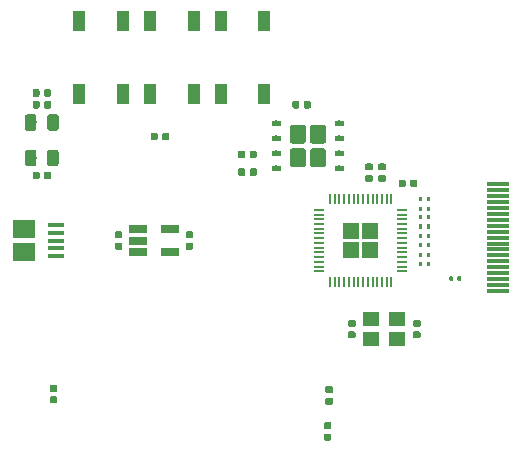
<source format=gbr>
G04 #@! TF.GenerationSoftware,KiCad,Pcbnew,5.0.2-bee76a0~70~ubuntu18.04.1*
G04 #@! TF.CreationDate,2020-08-11T13:50:02+01:00*
G04 #@! TF.ProjectId,picodvi,7069636f-6476-4692-9e6b-696361645f70,rev?*
G04 #@! TF.SameCoordinates,Original*
G04 #@! TF.FileFunction,Paste,Top*
G04 #@! TF.FilePolarity,Positive*
%FSLAX46Y46*%
G04 Gerber Fmt 4.6, Leading zero omitted, Abs format (unit mm)*
G04 Created by KiCad (PCBNEW 5.0.2-bee76a0~70~ubuntu18.04.1) date Tue 11 Aug 2020 13:50:02 BST*
%MOMM*%
%LPD*%
G01*
G04 APERTURE LIST*
%ADD10R,1.900000X0.300000*%
%ADD11R,1.100000X1.800000*%
%ADD12C,0.100000*%
%ADD13C,0.590000*%
%ADD14C,0.975000*%
%ADD15R,1.900000X1.500000*%
%ADD16R,1.350000X0.400000*%
%ADD17O,1.000000X0.200000*%
%ADD18O,0.200000X1.000000*%
%ADD19R,1.400000X1.400000*%
%ADD20R,1.560000X0.650000*%
%ADD21R,1.400000X1.200000*%
%ADD22C,0.318000*%
%ADD23C,0.500000*%
%ADD24C,1.370000*%
G04 APERTURE END LIST*
D10*
G04 #@! TO.C,J5*
X241600000Y-109250000D03*
X241600000Y-108750000D03*
X241600000Y-108250000D03*
X241600000Y-107750000D03*
X241600000Y-107250000D03*
X241600000Y-106750000D03*
X241600000Y-106250000D03*
X241600000Y-105750000D03*
X241600000Y-105250000D03*
X241600000Y-104750000D03*
X241600000Y-104250000D03*
X241600000Y-103750000D03*
X241600000Y-103250000D03*
X241600000Y-102750000D03*
X241600000Y-102250000D03*
X241600000Y-101750000D03*
X241600000Y-101250000D03*
X241600000Y-100750000D03*
X241600000Y-100250000D03*
G04 #@! TD*
D11*
G04 #@! TO.C,SW2*
X221850000Y-86400000D03*
X221850000Y-92600000D03*
X218150000Y-86400000D03*
X218150000Y-92600000D03*
G04 #@! TD*
D12*
G04 #@! TO.C,C1*
G36*
X233676958Y-99830710D02*
X233691276Y-99832834D01*
X233705317Y-99836351D01*
X233718946Y-99841228D01*
X233732031Y-99847417D01*
X233744447Y-99854858D01*
X233756073Y-99863481D01*
X233766798Y-99873202D01*
X233776519Y-99883927D01*
X233785142Y-99895553D01*
X233792583Y-99907969D01*
X233798772Y-99921054D01*
X233803649Y-99934683D01*
X233807166Y-99948724D01*
X233809290Y-99963042D01*
X233810000Y-99977500D01*
X233810000Y-100322500D01*
X233809290Y-100336958D01*
X233807166Y-100351276D01*
X233803649Y-100365317D01*
X233798772Y-100378946D01*
X233792583Y-100392031D01*
X233785142Y-100404447D01*
X233776519Y-100416073D01*
X233766798Y-100426798D01*
X233756073Y-100436519D01*
X233744447Y-100445142D01*
X233732031Y-100452583D01*
X233718946Y-100458772D01*
X233705317Y-100463649D01*
X233691276Y-100467166D01*
X233676958Y-100469290D01*
X233662500Y-100470000D01*
X233367500Y-100470000D01*
X233353042Y-100469290D01*
X233338724Y-100467166D01*
X233324683Y-100463649D01*
X233311054Y-100458772D01*
X233297969Y-100452583D01*
X233285553Y-100445142D01*
X233273927Y-100436519D01*
X233263202Y-100426798D01*
X233253481Y-100416073D01*
X233244858Y-100404447D01*
X233237417Y-100392031D01*
X233231228Y-100378946D01*
X233226351Y-100365317D01*
X233222834Y-100351276D01*
X233220710Y-100336958D01*
X233220000Y-100322500D01*
X233220000Y-99977500D01*
X233220710Y-99963042D01*
X233222834Y-99948724D01*
X233226351Y-99934683D01*
X233231228Y-99921054D01*
X233237417Y-99907969D01*
X233244858Y-99895553D01*
X233253481Y-99883927D01*
X233263202Y-99873202D01*
X233273927Y-99863481D01*
X233285553Y-99854858D01*
X233297969Y-99847417D01*
X233311054Y-99841228D01*
X233324683Y-99836351D01*
X233338724Y-99832834D01*
X233353042Y-99830710D01*
X233367500Y-99830000D01*
X233662500Y-99830000D01*
X233676958Y-99830710D01*
X233676958Y-99830710D01*
G37*
D13*
X233515000Y-100150000D03*
D12*
G36*
X234646958Y-99830710D02*
X234661276Y-99832834D01*
X234675317Y-99836351D01*
X234688946Y-99841228D01*
X234702031Y-99847417D01*
X234714447Y-99854858D01*
X234726073Y-99863481D01*
X234736798Y-99873202D01*
X234746519Y-99883927D01*
X234755142Y-99895553D01*
X234762583Y-99907969D01*
X234768772Y-99921054D01*
X234773649Y-99934683D01*
X234777166Y-99948724D01*
X234779290Y-99963042D01*
X234780000Y-99977500D01*
X234780000Y-100322500D01*
X234779290Y-100336958D01*
X234777166Y-100351276D01*
X234773649Y-100365317D01*
X234768772Y-100378946D01*
X234762583Y-100392031D01*
X234755142Y-100404447D01*
X234746519Y-100416073D01*
X234736798Y-100426798D01*
X234726073Y-100436519D01*
X234714447Y-100445142D01*
X234702031Y-100452583D01*
X234688946Y-100458772D01*
X234675317Y-100463649D01*
X234661276Y-100467166D01*
X234646958Y-100469290D01*
X234632500Y-100470000D01*
X234337500Y-100470000D01*
X234323042Y-100469290D01*
X234308724Y-100467166D01*
X234294683Y-100463649D01*
X234281054Y-100458772D01*
X234267969Y-100452583D01*
X234255553Y-100445142D01*
X234243927Y-100436519D01*
X234233202Y-100426798D01*
X234223481Y-100416073D01*
X234214858Y-100404447D01*
X234207417Y-100392031D01*
X234201228Y-100378946D01*
X234196351Y-100365317D01*
X234192834Y-100351276D01*
X234190710Y-100336958D01*
X234190000Y-100322500D01*
X234190000Y-99977500D01*
X234190710Y-99963042D01*
X234192834Y-99948724D01*
X234196351Y-99934683D01*
X234201228Y-99921054D01*
X234207417Y-99907969D01*
X234214858Y-99895553D01*
X234223481Y-99883927D01*
X234233202Y-99873202D01*
X234243927Y-99863481D01*
X234255553Y-99854858D01*
X234267969Y-99847417D01*
X234281054Y-99841228D01*
X234294683Y-99836351D01*
X234308724Y-99832834D01*
X234323042Y-99830710D01*
X234337500Y-99830000D01*
X234632500Y-99830000D01*
X234646958Y-99830710D01*
X234646958Y-99830710D01*
G37*
D13*
X234485000Y-100150000D03*
G04 #@! TD*
D12*
G04 #@! TO.C,C7*
G36*
X209686958Y-104220710D02*
X209701276Y-104222834D01*
X209715317Y-104226351D01*
X209728946Y-104231228D01*
X209742031Y-104237417D01*
X209754447Y-104244858D01*
X209766073Y-104253481D01*
X209776798Y-104263202D01*
X209786519Y-104273927D01*
X209795142Y-104285553D01*
X209802583Y-104297969D01*
X209808772Y-104311054D01*
X209813649Y-104324683D01*
X209817166Y-104338724D01*
X209819290Y-104353042D01*
X209820000Y-104367500D01*
X209820000Y-104662500D01*
X209819290Y-104676958D01*
X209817166Y-104691276D01*
X209813649Y-104705317D01*
X209808772Y-104718946D01*
X209802583Y-104732031D01*
X209795142Y-104744447D01*
X209786519Y-104756073D01*
X209776798Y-104766798D01*
X209766073Y-104776519D01*
X209754447Y-104785142D01*
X209742031Y-104792583D01*
X209728946Y-104798772D01*
X209715317Y-104803649D01*
X209701276Y-104807166D01*
X209686958Y-104809290D01*
X209672500Y-104810000D01*
X209327500Y-104810000D01*
X209313042Y-104809290D01*
X209298724Y-104807166D01*
X209284683Y-104803649D01*
X209271054Y-104798772D01*
X209257969Y-104792583D01*
X209245553Y-104785142D01*
X209233927Y-104776519D01*
X209223202Y-104766798D01*
X209213481Y-104756073D01*
X209204858Y-104744447D01*
X209197417Y-104732031D01*
X209191228Y-104718946D01*
X209186351Y-104705317D01*
X209182834Y-104691276D01*
X209180710Y-104676958D01*
X209180000Y-104662500D01*
X209180000Y-104367500D01*
X209180710Y-104353042D01*
X209182834Y-104338724D01*
X209186351Y-104324683D01*
X209191228Y-104311054D01*
X209197417Y-104297969D01*
X209204858Y-104285553D01*
X209213481Y-104273927D01*
X209223202Y-104263202D01*
X209233927Y-104253481D01*
X209245553Y-104244858D01*
X209257969Y-104237417D01*
X209271054Y-104231228D01*
X209284683Y-104226351D01*
X209298724Y-104222834D01*
X209313042Y-104220710D01*
X209327500Y-104220000D01*
X209672500Y-104220000D01*
X209686958Y-104220710D01*
X209686958Y-104220710D01*
G37*
D13*
X209500000Y-104515000D03*
D12*
G36*
X209686958Y-105190710D02*
X209701276Y-105192834D01*
X209715317Y-105196351D01*
X209728946Y-105201228D01*
X209742031Y-105207417D01*
X209754447Y-105214858D01*
X209766073Y-105223481D01*
X209776798Y-105233202D01*
X209786519Y-105243927D01*
X209795142Y-105255553D01*
X209802583Y-105267969D01*
X209808772Y-105281054D01*
X209813649Y-105294683D01*
X209817166Y-105308724D01*
X209819290Y-105323042D01*
X209820000Y-105337500D01*
X209820000Y-105632500D01*
X209819290Y-105646958D01*
X209817166Y-105661276D01*
X209813649Y-105675317D01*
X209808772Y-105688946D01*
X209802583Y-105702031D01*
X209795142Y-105714447D01*
X209786519Y-105726073D01*
X209776798Y-105736798D01*
X209766073Y-105746519D01*
X209754447Y-105755142D01*
X209742031Y-105762583D01*
X209728946Y-105768772D01*
X209715317Y-105773649D01*
X209701276Y-105777166D01*
X209686958Y-105779290D01*
X209672500Y-105780000D01*
X209327500Y-105780000D01*
X209313042Y-105779290D01*
X209298724Y-105777166D01*
X209284683Y-105773649D01*
X209271054Y-105768772D01*
X209257969Y-105762583D01*
X209245553Y-105755142D01*
X209233927Y-105746519D01*
X209223202Y-105736798D01*
X209213481Y-105726073D01*
X209204858Y-105714447D01*
X209197417Y-105702031D01*
X209191228Y-105688946D01*
X209186351Y-105675317D01*
X209182834Y-105661276D01*
X209180710Y-105646958D01*
X209180000Y-105632500D01*
X209180000Y-105337500D01*
X209180710Y-105323042D01*
X209182834Y-105308724D01*
X209186351Y-105294683D01*
X209191228Y-105281054D01*
X209197417Y-105267969D01*
X209204858Y-105255553D01*
X209213481Y-105243927D01*
X209223202Y-105233202D01*
X209233927Y-105223481D01*
X209245553Y-105214858D01*
X209257969Y-105207417D01*
X209271054Y-105201228D01*
X209284683Y-105196351D01*
X209298724Y-105192834D01*
X209313042Y-105190710D01*
X209327500Y-105190000D01*
X209672500Y-105190000D01*
X209686958Y-105190710D01*
X209686958Y-105190710D01*
G37*
D13*
X209500000Y-105485000D03*
G04 #@! TD*
D12*
G04 #@! TO.C,C10*
G36*
X234936958Y-111720710D02*
X234951276Y-111722834D01*
X234965317Y-111726351D01*
X234978946Y-111731228D01*
X234992031Y-111737417D01*
X235004447Y-111744858D01*
X235016073Y-111753481D01*
X235026798Y-111763202D01*
X235036519Y-111773927D01*
X235045142Y-111785553D01*
X235052583Y-111797969D01*
X235058772Y-111811054D01*
X235063649Y-111824683D01*
X235067166Y-111838724D01*
X235069290Y-111853042D01*
X235070000Y-111867500D01*
X235070000Y-112162500D01*
X235069290Y-112176958D01*
X235067166Y-112191276D01*
X235063649Y-112205317D01*
X235058772Y-112218946D01*
X235052583Y-112232031D01*
X235045142Y-112244447D01*
X235036519Y-112256073D01*
X235026798Y-112266798D01*
X235016073Y-112276519D01*
X235004447Y-112285142D01*
X234992031Y-112292583D01*
X234978946Y-112298772D01*
X234965317Y-112303649D01*
X234951276Y-112307166D01*
X234936958Y-112309290D01*
X234922500Y-112310000D01*
X234577500Y-112310000D01*
X234563042Y-112309290D01*
X234548724Y-112307166D01*
X234534683Y-112303649D01*
X234521054Y-112298772D01*
X234507969Y-112292583D01*
X234495553Y-112285142D01*
X234483927Y-112276519D01*
X234473202Y-112266798D01*
X234463481Y-112256073D01*
X234454858Y-112244447D01*
X234447417Y-112232031D01*
X234441228Y-112218946D01*
X234436351Y-112205317D01*
X234432834Y-112191276D01*
X234430710Y-112176958D01*
X234430000Y-112162500D01*
X234430000Y-111867500D01*
X234430710Y-111853042D01*
X234432834Y-111838724D01*
X234436351Y-111824683D01*
X234441228Y-111811054D01*
X234447417Y-111797969D01*
X234454858Y-111785553D01*
X234463481Y-111773927D01*
X234473202Y-111763202D01*
X234483927Y-111753481D01*
X234495553Y-111744858D01*
X234507969Y-111737417D01*
X234521054Y-111731228D01*
X234534683Y-111726351D01*
X234548724Y-111722834D01*
X234563042Y-111720710D01*
X234577500Y-111720000D01*
X234922500Y-111720000D01*
X234936958Y-111720710D01*
X234936958Y-111720710D01*
G37*
D13*
X234750000Y-112015000D03*
D12*
G36*
X234936958Y-112690710D02*
X234951276Y-112692834D01*
X234965317Y-112696351D01*
X234978946Y-112701228D01*
X234992031Y-112707417D01*
X235004447Y-112714858D01*
X235016073Y-112723481D01*
X235026798Y-112733202D01*
X235036519Y-112743927D01*
X235045142Y-112755553D01*
X235052583Y-112767969D01*
X235058772Y-112781054D01*
X235063649Y-112794683D01*
X235067166Y-112808724D01*
X235069290Y-112823042D01*
X235070000Y-112837500D01*
X235070000Y-113132500D01*
X235069290Y-113146958D01*
X235067166Y-113161276D01*
X235063649Y-113175317D01*
X235058772Y-113188946D01*
X235052583Y-113202031D01*
X235045142Y-113214447D01*
X235036519Y-113226073D01*
X235026798Y-113236798D01*
X235016073Y-113246519D01*
X235004447Y-113255142D01*
X234992031Y-113262583D01*
X234978946Y-113268772D01*
X234965317Y-113273649D01*
X234951276Y-113277166D01*
X234936958Y-113279290D01*
X234922500Y-113280000D01*
X234577500Y-113280000D01*
X234563042Y-113279290D01*
X234548724Y-113277166D01*
X234534683Y-113273649D01*
X234521054Y-113268772D01*
X234507969Y-113262583D01*
X234495553Y-113255142D01*
X234483927Y-113246519D01*
X234473202Y-113236798D01*
X234463481Y-113226073D01*
X234454858Y-113214447D01*
X234447417Y-113202031D01*
X234441228Y-113188946D01*
X234436351Y-113175317D01*
X234432834Y-113161276D01*
X234430710Y-113146958D01*
X234430000Y-113132500D01*
X234430000Y-112837500D01*
X234430710Y-112823042D01*
X234432834Y-112808724D01*
X234436351Y-112794683D01*
X234441228Y-112781054D01*
X234447417Y-112767969D01*
X234454858Y-112755553D01*
X234463481Y-112743927D01*
X234473202Y-112733202D01*
X234483927Y-112723481D01*
X234495553Y-112714858D01*
X234507969Y-112707417D01*
X234521054Y-112701228D01*
X234534683Y-112696351D01*
X234548724Y-112692834D01*
X234563042Y-112690710D01*
X234577500Y-112690000D01*
X234922500Y-112690000D01*
X234936958Y-112690710D01*
X234936958Y-112690710D01*
G37*
D13*
X234750000Y-112985000D03*
G04 #@! TD*
D12*
G04 #@! TO.C,C11*
G36*
X215686958Y-105190710D02*
X215701276Y-105192834D01*
X215715317Y-105196351D01*
X215728946Y-105201228D01*
X215742031Y-105207417D01*
X215754447Y-105214858D01*
X215766073Y-105223481D01*
X215776798Y-105233202D01*
X215786519Y-105243927D01*
X215795142Y-105255553D01*
X215802583Y-105267969D01*
X215808772Y-105281054D01*
X215813649Y-105294683D01*
X215817166Y-105308724D01*
X215819290Y-105323042D01*
X215820000Y-105337500D01*
X215820000Y-105632500D01*
X215819290Y-105646958D01*
X215817166Y-105661276D01*
X215813649Y-105675317D01*
X215808772Y-105688946D01*
X215802583Y-105702031D01*
X215795142Y-105714447D01*
X215786519Y-105726073D01*
X215776798Y-105736798D01*
X215766073Y-105746519D01*
X215754447Y-105755142D01*
X215742031Y-105762583D01*
X215728946Y-105768772D01*
X215715317Y-105773649D01*
X215701276Y-105777166D01*
X215686958Y-105779290D01*
X215672500Y-105780000D01*
X215327500Y-105780000D01*
X215313042Y-105779290D01*
X215298724Y-105777166D01*
X215284683Y-105773649D01*
X215271054Y-105768772D01*
X215257969Y-105762583D01*
X215245553Y-105755142D01*
X215233927Y-105746519D01*
X215223202Y-105736798D01*
X215213481Y-105726073D01*
X215204858Y-105714447D01*
X215197417Y-105702031D01*
X215191228Y-105688946D01*
X215186351Y-105675317D01*
X215182834Y-105661276D01*
X215180710Y-105646958D01*
X215180000Y-105632500D01*
X215180000Y-105337500D01*
X215180710Y-105323042D01*
X215182834Y-105308724D01*
X215186351Y-105294683D01*
X215191228Y-105281054D01*
X215197417Y-105267969D01*
X215204858Y-105255553D01*
X215213481Y-105243927D01*
X215223202Y-105233202D01*
X215233927Y-105223481D01*
X215245553Y-105214858D01*
X215257969Y-105207417D01*
X215271054Y-105201228D01*
X215284683Y-105196351D01*
X215298724Y-105192834D01*
X215313042Y-105190710D01*
X215327500Y-105190000D01*
X215672500Y-105190000D01*
X215686958Y-105190710D01*
X215686958Y-105190710D01*
G37*
D13*
X215500000Y-105485000D03*
D12*
G36*
X215686958Y-104220710D02*
X215701276Y-104222834D01*
X215715317Y-104226351D01*
X215728946Y-104231228D01*
X215742031Y-104237417D01*
X215754447Y-104244858D01*
X215766073Y-104253481D01*
X215776798Y-104263202D01*
X215786519Y-104273927D01*
X215795142Y-104285553D01*
X215802583Y-104297969D01*
X215808772Y-104311054D01*
X215813649Y-104324683D01*
X215817166Y-104338724D01*
X215819290Y-104353042D01*
X215820000Y-104367500D01*
X215820000Y-104662500D01*
X215819290Y-104676958D01*
X215817166Y-104691276D01*
X215813649Y-104705317D01*
X215808772Y-104718946D01*
X215802583Y-104732031D01*
X215795142Y-104744447D01*
X215786519Y-104756073D01*
X215776798Y-104766798D01*
X215766073Y-104776519D01*
X215754447Y-104785142D01*
X215742031Y-104792583D01*
X215728946Y-104798772D01*
X215715317Y-104803649D01*
X215701276Y-104807166D01*
X215686958Y-104809290D01*
X215672500Y-104810000D01*
X215327500Y-104810000D01*
X215313042Y-104809290D01*
X215298724Y-104807166D01*
X215284683Y-104803649D01*
X215271054Y-104798772D01*
X215257969Y-104792583D01*
X215245553Y-104785142D01*
X215233927Y-104776519D01*
X215223202Y-104766798D01*
X215213481Y-104756073D01*
X215204858Y-104744447D01*
X215197417Y-104732031D01*
X215191228Y-104718946D01*
X215186351Y-104705317D01*
X215182834Y-104691276D01*
X215180710Y-104676958D01*
X215180000Y-104662500D01*
X215180000Y-104367500D01*
X215180710Y-104353042D01*
X215182834Y-104338724D01*
X215186351Y-104324683D01*
X215191228Y-104311054D01*
X215197417Y-104297969D01*
X215204858Y-104285553D01*
X215213481Y-104273927D01*
X215223202Y-104263202D01*
X215233927Y-104253481D01*
X215245553Y-104244858D01*
X215257969Y-104237417D01*
X215271054Y-104231228D01*
X215284683Y-104226351D01*
X215298724Y-104222834D01*
X215313042Y-104220710D01*
X215327500Y-104220000D01*
X215672500Y-104220000D01*
X215686958Y-104220710D01*
X215686958Y-104220710D01*
G37*
D13*
X215500000Y-104515000D03*
G04 #@! TD*
D12*
G04 #@! TO.C,C12*
G36*
X229436958Y-111720710D02*
X229451276Y-111722834D01*
X229465317Y-111726351D01*
X229478946Y-111731228D01*
X229492031Y-111737417D01*
X229504447Y-111744858D01*
X229516073Y-111753481D01*
X229526798Y-111763202D01*
X229536519Y-111773927D01*
X229545142Y-111785553D01*
X229552583Y-111797969D01*
X229558772Y-111811054D01*
X229563649Y-111824683D01*
X229567166Y-111838724D01*
X229569290Y-111853042D01*
X229570000Y-111867500D01*
X229570000Y-112162500D01*
X229569290Y-112176958D01*
X229567166Y-112191276D01*
X229563649Y-112205317D01*
X229558772Y-112218946D01*
X229552583Y-112232031D01*
X229545142Y-112244447D01*
X229536519Y-112256073D01*
X229526798Y-112266798D01*
X229516073Y-112276519D01*
X229504447Y-112285142D01*
X229492031Y-112292583D01*
X229478946Y-112298772D01*
X229465317Y-112303649D01*
X229451276Y-112307166D01*
X229436958Y-112309290D01*
X229422500Y-112310000D01*
X229077500Y-112310000D01*
X229063042Y-112309290D01*
X229048724Y-112307166D01*
X229034683Y-112303649D01*
X229021054Y-112298772D01*
X229007969Y-112292583D01*
X228995553Y-112285142D01*
X228983927Y-112276519D01*
X228973202Y-112266798D01*
X228963481Y-112256073D01*
X228954858Y-112244447D01*
X228947417Y-112232031D01*
X228941228Y-112218946D01*
X228936351Y-112205317D01*
X228932834Y-112191276D01*
X228930710Y-112176958D01*
X228930000Y-112162500D01*
X228930000Y-111867500D01*
X228930710Y-111853042D01*
X228932834Y-111838724D01*
X228936351Y-111824683D01*
X228941228Y-111811054D01*
X228947417Y-111797969D01*
X228954858Y-111785553D01*
X228963481Y-111773927D01*
X228973202Y-111763202D01*
X228983927Y-111753481D01*
X228995553Y-111744858D01*
X229007969Y-111737417D01*
X229021054Y-111731228D01*
X229034683Y-111726351D01*
X229048724Y-111722834D01*
X229063042Y-111720710D01*
X229077500Y-111720000D01*
X229422500Y-111720000D01*
X229436958Y-111720710D01*
X229436958Y-111720710D01*
G37*
D13*
X229250000Y-112015000D03*
D12*
G36*
X229436958Y-112690710D02*
X229451276Y-112692834D01*
X229465317Y-112696351D01*
X229478946Y-112701228D01*
X229492031Y-112707417D01*
X229504447Y-112714858D01*
X229516073Y-112723481D01*
X229526798Y-112733202D01*
X229536519Y-112743927D01*
X229545142Y-112755553D01*
X229552583Y-112767969D01*
X229558772Y-112781054D01*
X229563649Y-112794683D01*
X229567166Y-112808724D01*
X229569290Y-112823042D01*
X229570000Y-112837500D01*
X229570000Y-113132500D01*
X229569290Y-113146958D01*
X229567166Y-113161276D01*
X229563649Y-113175317D01*
X229558772Y-113188946D01*
X229552583Y-113202031D01*
X229545142Y-113214447D01*
X229536519Y-113226073D01*
X229526798Y-113236798D01*
X229516073Y-113246519D01*
X229504447Y-113255142D01*
X229492031Y-113262583D01*
X229478946Y-113268772D01*
X229465317Y-113273649D01*
X229451276Y-113277166D01*
X229436958Y-113279290D01*
X229422500Y-113280000D01*
X229077500Y-113280000D01*
X229063042Y-113279290D01*
X229048724Y-113277166D01*
X229034683Y-113273649D01*
X229021054Y-113268772D01*
X229007969Y-113262583D01*
X228995553Y-113255142D01*
X228983927Y-113246519D01*
X228973202Y-113236798D01*
X228963481Y-113226073D01*
X228954858Y-113214447D01*
X228947417Y-113202031D01*
X228941228Y-113188946D01*
X228936351Y-113175317D01*
X228932834Y-113161276D01*
X228930710Y-113146958D01*
X228930000Y-113132500D01*
X228930000Y-112837500D01*
X228930710Y-112823042D01*
X228932834Y-112808724D01*
X228936351Y-112794683D01*
X228941228Y-112781054D01*
X228947417Y-112767969D01*
X228954858Y-112755553D01*
X228963481Y-112743927D01*
X228973202Y-112733202D01*
X228983927Y-112723481D01*
X228995553Y-112714858D01*
X229007969Y-112707417D01*
X229021054Y-112701228D01*
X229034683Y-112696351D01*
X229048724Y-112692834D01*
X229063042Y-112690710D01*
X229077500Y-112690000D01*
X229422500Y-112690000D01*
X229436958Y-112690710D01*
X229436958Y-112690710D01*
G37*
D13*
X229250000Y-112985000D03*
G04 #@! TD*
D12*
G04 #@! TO.C,C13*
G36*
X225646958Y-93180710D02*
X225661276Y-93182834D01*
X225675317Y-93186351D01*
X225688946Y-93191228D01*
X225702031Y-93197417D01*
X225714447Y-93204858D01*
X225726073Y-93213481D01*
X225736798Y-93223202D01*
X225746519Y-93233927D01*
X225755142Y-93245553D01*
X225762583Y-93257969D01*
X225768772Y-93271054D01*
X225773649Y-93284683D01*
X225777166Y-93298724D01*
X225779290Y-93313042D01*
X225780000Y-93327500D01*
X225780000Y-93672500D01*
X225779290Y-93686958D01*
X225777166Y-93701276D01*
X225773649Y-93715317D01*
X225768772Y-93728946D01*
X225762583Y-93742031D01*
X225755142Y-93754447D01*
X225746519Y-93766073D01*
X225736798Y-93776798D01*
X225726073Y-93786519D01*
X225714447Y-93795142D01*
X225702031Y-93802583D01*
X225688946Y-93808772D01*
X225675317Y-93813649D01*
X225661276Y-93817166D01*
X225646958Y-93819290D01*
X225632500Y-93820000D01*
X225337500Y-93820000D01*
X225323042Y-93819290D01*
X225308724Y-93817166D01*
X225294683Y-93813649D01*
X225281054Y-93808772D01*
X225267969Y-93802583D01*
X225255553Y-93795142D01*
X225243927Y-93786519D01*
X225233202Y-93776798D01*
X225223481Y-93766073D01*
X225214858Y-93754447D01*
X225207417Y-93742031D01*
X225201228Y-93728946D01*
X225196351Y-93715317D01*
X225192834Y-93701276D01*
X225190710Y-93686958D01*
X225190000Y-93672500D01*
X225190000Y-93327500D01*
X225190710Y-93313042D01*
X225192834Y-93298724D01*
X225196351Y-93284683D01*
X225201228Y-93271054D01*
X225207417Y-93257969D01*
X225214858Y-93245553D01*
X225223481Y-93233927D01*
X225233202Y-93223202D01*
X225243927Y-93213481D01*
X225255553Y-93204858D01*
X225267969Y-93197417D01*
X225281054Y-93191228D01*
X225294683Y-93186351D01*
X225308724Y-93182834D01*
X225323042Y-93180710D01*
X225337500Y-93180000D01*
X225632500Y-93180000D01*
X225646958Y-93180710D01*
X225646958Y-93180710D01*
G37*
D13*
X225485000Y-93500000D03*
D12*
G36*
X224676958Y-93180710D02*
X224691276Y-93182834D01*
X224705317Y-93186351D01*
X224718946Y-93191228D01*
X224732031Y-93197417D01*
X224744447Y-93204858D01*
X224756073Y-93213481D01*
X224766798Y-93223202D01*
X224776519Y-93233927D01*
X224785142Y-93245553D01*
X224792583Y-93257969D01*
X224798772Y-93271054D01*
X224803649Y-93284683D01*
X224807166Y-93298724D01*
X224809290Y-93313042D01*
X224810000Y-93327500D01*
X224810000Y-93672500D01*
X224809290Y-93686958D01*
X224807166Y-93701276D01*
X224803649Y-93715317D01*
X224798772Y-93728946D01*
X224792583Y-93742031D01*
X224785142Y-93754447D01*
X224776519Y-93766073D01*
X224766798Y-93776798D01*
X224756073Y-93786519D01*
X224744447Y-93795142D01*
X224732031Y-93802583D01*
X224718946Y-93808772D01*
X224705317Y-93813649D01*
X224691276Y-93817166D01*
X224676958Y-93819290D01*
X224662500Y-93820000D01*
X224367500Y-93820000D01*
X224353042Y-93819290D01*
X224338724Y-93817166D01*
X224324683Y-93813649D01*
X224311054Y-93808772D01*
X224297969Y-93802583D01*
X224285553Y-93795142D01*
X224273927Y-93786519D01*
X224263202Y-93776798D01*
X224253481Y-93766073D01*
X224244858Y-93754447D01*
X224237417Y-93742031D01*
X224231228Y-93728946D01*
X224226351Y-93715317D01*
X224222834Y-93701276D01*
X224220710Y-93686958D01*
X224220000Y-93672500D01*
X224220000Y-93327500D01*
X224220710Y-93313042D01*
X224222834Y-93298724D01*
X224226351Y-93284683D01*
X224231228Y-93271054D01*
X224237417Y-93257969D01*
X224244858Y-93245553D01*
X224253481Y-93233927D01*
X224263202Y-93223202D01*
X224273927Y-93213481D01*
X224285553Y-93204858D01*
X224297969Y-93197417D01*
X224311054Y-93191228D01*
X224324683Y-93186351D01*
X224338724Y-93182834D01*
X224353042Y-93180710D01*
X224367500Y-93180000D01*
X224662500Y-93180000D01*
X224676958Y-93180710D01*
X224676958Y-93180710D01*
G37*
D13*
X224515000Y-93500000D03*
G04 #@! TD*
D12*
G04 #@! TO.C,C22*
G36*
X227516958Y-118300710D02*
X227531276Y-118302834D01*
X227545317Y-118306351D01*
X227558946Y-118311228D01*
X227572031Y-118317417D01*
X227584447Y-118324858D01*
X227596073Y-118333481D01*
X227606798Y-118343202D01*
X227616519Y-118353927D01*
X227625142Y-118365553D01*
X227632583Y-118377969D01*
X227638772Y-118391054D01*
X227643649Y-118404683D01*
X227647166Y-118418724D01*
X227649290Y-118433042D01*
X227650000Y-118447500D01*
X227650000Y-118742500D01*
X227649290Y-118756958D01*
X227647166Y-118771276D01*
X227643649Y-118785317D01*
X227638772Y-118798946D01*
X227632583Y-118812031D01*
X227625142Y-118824447D01*
X227616519Y-118836073D01*
X227606798Y-118846798D01*
X227596073Y-118856519D01*
X227584447Y-118865142D01*
X227572031Y-118872583D01*
X227558946Y-118878772D01*
X227545317Y-118883649D01*
X227531276Y-118887166D01*
X227516958Y-118889290D01*
X227502500Y-118890000D01*
X227157500Y-118890000D01*
X227143042Y-118889290D01*
X227128724Y-118887166D01*
X227114683Y-118883649D01*
X227101054Y-118878772D01*
X227087969Y-118872583D01*
X227075553Y-118865142D01*
X227063927Y-118856519D01*
X227053202Y-118846798D01*
X227043481Y-118836073D01*
X227034858Y-118824447D01*
X227027417Y-118812031D01*
X227021228Y-118798946D01*
X227016351Y-118785317D01*
X227012834Y-118771276D01*
X227010710Y-118756958D01*
X227010000Y-118742500D01*
X227010000Y-118447500D01*
X227010710Y-118433042D01*
X227012834Y-118418724D01*
X227016351Y-118404683D01*
X227021228Y-118391054D01*
X227027417Y-118377969D01*
X227034858Y-118365553D01*
X227043481Y-118353927D01*
X227053202Y-118343202D01*
X227063927Y-118333481D01*
X227075553Y-118324858D01*
X227087969Y-118317417D01*
X227101054Y-118311228D01*
X227114683Y-118306351D01*
X227128724Y-118302834D01*
X227143042Y-118300710D01*
X227157500Y-118300000D01*
X227502500Y-118300000D01*
X227516958Y-118300710D01*
X227516958Y-118300710D01*
G37*
D13*
X227330000Y-118595000D03*
D12*
G36*
X227516958Y-117330710D02*
X227531276Y-117332834D01*
X227545317Y-117336351D01*
X227558946Y-117341228D01*
X227572031Y-117347417D01*
X227584447Y-117354858D01*
X227596073Y-117363481D01*
X227606798Y-117373202D01*
X227616519Y-117383927D01*
X227625142Y-117395553D01*
X227632583Y-117407969D01*
X227638772Y-117421054D01*
X227643649Y-117434683D01*
X227647166Y-117448724D01*
X227649290Y-117463042D01*
X227650000Y-117477500D01*
X227650000Y-117772500D01*
X227649290Y-117786958D01*
X227647166Y-117801276D01*
X227643649Y-117815317D01*
X227638772Y-117828946D01*
X227632583Y-117842031D01*
X227625142Y-117854447D01*
X227616519Y-117866073D01*
X227606798Y-117876798D01*
X227596073Y-117886519D01*
X227584447Y-117895142D01*
X227572031Y-117902583D01*
X227558946Y-117908772D01*
X227545317Y-117913649D01*
X227531276Y-117917166D01*
X227516958Y-117919290D01*
X227502500Y-117920000D01*
X227157500Y-117920000D01*
X227143042Y-117919290D01*
X227128724Y-117917166D01*
X227114683Y-117913649D01*
X227101054Y-117908772D01*
X227087969Y-117902583D01*
X227075553Y-117895142D01*
X227063927Y-117886519D01*
X227053202Y-117876798D01*
X227043481Y-117866073D01*
X227034858Y-117854447D01*
X227027417Y-117842031D01*
X227021228Y-117828946D01*
X227016351Y-117815317D01*
X227012834Y-117801276D01*
X227010710Y-117786958D01*
X227010000Y-117772500D01*
X227010000Y-117477500D01*
X227010710Y-117463042D01*
X227012834Y-117448724D01*
X227016351Y-117434683D01*
X227021228Y-117421054D01*
X227027417Y-117407969D01*
X227034858Y-117395553D01*
X227043481Y-117383927D01*
X227053202Y-117373202D01*
X227063927Y-117363481D01*
X227075553Y-117354858D01*
X227087969Y-117347417D01*
X227101054Y-117341228D01*
X227114683Y-117336351D01*
X227128724Y-117332834D01*
X227143042Y-117330710D01*
X227157500Y-117330000D01*
X227502500Y-117330000D01*
X227516958Y-117330710D01*
X227516958Y-117330710D01*
G37*
D13*
X227330000Y-117625000D03*
G04 #@! TD*
D12*
G04 #@! TO.C,C23*
G36*
X204186958Y-118190710D02*
X204201276Y-118192834D01*
X204215317Y-118196351D01*
X204228946Y-118201228D01*
X204242031Y-118207417D01*
X204254447Y-118214858D01*
X204266073Y-118223481D01*
X204276798Y-118233202D01*
X204286519Y-118243927D01*
X204295142Y-118255553D01*
X204302583Y-118267969D01*
X204308772Y-118281054D01*
X204313649Y-118294683D01*
X204317166Y-118308724D01*
X204319290Y-118323042D01*
X204320000Y-118337500D01*
X204320000Y-118632500D01*
X204319290Y-118646958D01*
X204317166Y-118661276D01*
X204313649Y-118675317D01*
X204308772Y-118688946D01*
X204302583Y-118702031D01*
X204295142Y-118714447D01*
X204286519Y-118726073D01*
X204276798Y-118736798D01*
X204266073Y-118746519D01*
X204254447Y-118755142D01*
X204242031Y-118762583D01*
X204228946Y-118768772D01*
X204215317Y-118773649D01*
X204201276Y-118777166D01*
X204186958Y-118779290D01*
X204172500Y-118780000D01*
X203827500Y-118780000D01*
X203813042Y-118779290D01*
X203798724Y-118777166D01*
X203784683Y-118773649D01*
X203771054Y-118768772D01*
X203757969Y-118762583D01*
X203745553Y-118755142D01*
X203733927Y-118746519D01*
X203723202Y-118736798D01*
X203713481Y-118726073D01*
X203704858Y-118714447D01*
X203697417Y-118702031D01*
X203691228Y-118688946D01*
X203686351Y-118675317D01*
X203682834Y-118661276D01*
X203680710Y-118646958D01*
X203680000Y-118632500D01*
X203680000Y-118337500D01*
X203680710Y-118323042D01*
X203682834Y-118308724D01*
X203686351Y-118294683D01*
X203691228Y-118281054D01*
X203697417Y-118267969D01*
X203704858Y-118255553D01*
X203713481Y-118243927D01*
X203723202Y-118233202D01*
X203733927Y-118223481D01*
X203745553Y-118214858D01*
X203757969Y-118207417D01*
X203771054Y-118201228D01*
X203784683Y-118196351D01*
X203798724Y-118192834D01*
X203813042Y-118190710D01*
X203827500Y-118190000D01*
X204172500Y-118190000D01*
X204186958Y-118190710D01*
X204186958Y-118190710D01*
G37*
D13*
X204000000Y-118485000D03*
D12*
G36*
X204186958Y-117220710D02*
X204201276Y-117222834D01*
X204215317Y-117226351D01*
X204228946Y-117231228D01*
X204242031Y-117237417D01*
X204254447Y-117244858D01*
X204266073Y-117253481D01*
X204276798Y-117263202D01*
X204286519Y-117273927D01*
X204295142Y-117285553D01*
X204302583Y-117297969D01*
X204308772Y-117311054D01*
X204313649Y-117324683D01*
X204317166Y-117338724D01*
X204319290Y-117353042D01*
X204320000Y-117367500D01*
X204320000Y-117662500D01*
X204319290Y-117676958D01*
X204317166Y-117691276D01*
X204313649Y-117705317D01*
X204308772Y-117718946D01*
X204302583Y-117732031D01*
X204295142Y-117744447D01*
X204286519Y-117756073D01*
X204276798Y-117766798D01*
X204266073Y-117776519D01*
X204254447Y-117785142D01*
X204242031Y-117792583D01*
X204228946Y-117798772D01*
X204215317Y-117803649D01*
X204201276Y-117807166D01*
X204186958Y-117809290D01*
X204172500Y-117810000D01*
X203827500Y-117810000D01*
X203813042Y-117809290D01*
X203798724Y-117807166D01*
X203784683Y-117803649D01*
X203771054Y-117798772D01*
X203757969Y-117792583D01*
X203745553Y-117785142D01*
X203733927Y-117776519D01*
X203723202Y-117766798D01*
X203713481Y-117756073D01*
X203704858Y-117744447D01*
X203697417Y-117732031D01*
X203691228Y-117718946D01*
X203686351Y-117705317D01*
X203682834Y-117691276D01*
X203680710Y-117676958D01*
X203680000Y-117662500D01*
X203680000Y-117367500D01*
X203680710Y-117353042D01*
X203682834Y-117338724D01*
X203686351Y-117324683D01*
X203691228Y-117311054D01*
X203697417Y-117297969D01*
X203704858Y-117285553D01*
X203713481Y-117273927D01*
X203723202Y-117263202D01*
X203733927Y-117253481D01*
X203745553Y-117244858D01*
X203757969Y-117237417D01*
X203771054Y-117231228D01*
X203784683Y-117226351D01*
X203798724Y-117222834D01*
X203813042Y-117220710D01*
X203827500Y-117220000D01*
X204172500Y-117220000D01*
X204186958Y-117220710D01*
X204186958Y-117220710D01*
G37*
D13*
X204000000Y-117515000D03*
G04 #@! TD*
D12*
G04 #@! TO.C,D1*
G36*
X204205142Y-94301174D02*
X204228803Y-94304684D01*
X204252007Y-94310496D01*
X204274529Y-94318554D01*
X204296153Y-94328782D01*
X204316670Y-94341079D01*
X204335883Y-94355329D01*
X204353607Y-94371393D01*
X204369671Y-94389117D01*
X204383921Y-94408330D01*
X204396218Y-94428847D01*
X204406446Y-94450471D01*
X204414504Y-94472993D01*
X204420316Y-94496197D01*
X204423826Y-94519858D01*
X204425000Y-94543750D01*
X204425000Y-95456250D01*
X204423826Y-95480142D01*
X204420316Y-95503803D01*
X204414504Y-95527007D01*
X204406446Y-95549529D01*
X204396218Y-95571153D01*
X204383921Y-95591670D01*
X204369671Y-95610883D01*
X204353607Y-95628607D01*
X204335883Y-95644671D01*
X204316670Y-95658921D01*
X204296153Y-95671218D01*
X204274529Y-95681446D01*
X204252007Y-95689504D01*
X204228803Y-95695316D01*
X204205142Y-95698826D01*
X204181250Y-95700000D01*
X203693750Y-95700000D01*
X203669858Y-95698826D01*
X203646197Y-95695316D01*
X203622993Y-95689504D01*
X203600471Y-95681446D01*
X203578847Y-95671218D01*
X203558330Y-95658921D01*
X203539117Y-95644671D01*
X203521393Y-95628607D01*
X203505329Y-95610883D01*
X203491079Y-95591670D01*
X203478782Y-95571153D01*
X203468554Y-95549529D01*
X203460496Y-95527007D01*
X203454684Y-95503803D01*
X203451174Y-95480142D01*
X203450000Y-95456250D01*
X203450000Y-94543750D01*
X203451174Y-94519858D01*
X203454684Y-94496197D01*
X203460496Y-94472993D01*
X203468554Y-94450471D01*
X203478782Y-94428847D01*
X203491079Y-94408330D01*
X203505329Y-94389117D01*
X203521393Y-94371393D01*
X203539117Y-94355329D01*
X203558330Y-94341079D01*
X203578847Y-94328782D01*
X203600471Y-94318554D01*
X203622993Y-94310496D01*
X203646197Y-94304684D01*
X203669858Y-94301174D01*
X203693750Y-94300000D01*
X204181250Y-94300000D01*
X204205142Y-94301174D01*
X204205142Y-94301174D01*
G37*
D14*
X203937500Y-95000000D03*
D12*
G36*
X202330142Y-94301174D02*
X202353803Y-94304684D01*
X202377007Y-94310496D01*
X202399529Y-94318554D01*
X202421153Y-94328782D01*
X202441670Y-94341079D01*
X202460883Y-94355329D01*
X202478607Y-94371393D01*
X202494671Y-94389117D01*
X202508921Y-94408330D01*
X202521218Y-94428847D01*
X202531446Y-94450471D01*
X202539504Y-94472993D01*
X202545316Y-94496197D01*
X202548826Y-94519858D01*
X202550000Y-94543750D01*
X202550000Y-95456250D01*
X202548826Y-95480142D01*
X202545316Y-95503803D01*
X202539504Y-95527007D01*
X202531446Y-95549529D01*
X202521218Y-95571153D01*
X202508921Y-95591670D01*
X202494671Y-95610883D01*
X202478607Y-95628607D01*
X202460883Y-95644671D01*
X202441670Y-95658921D01*
X202421153Y-95671218D01*
X202399529Y-95681446D01*
X202377007Y-95689504D01*
X202353803Y-95695316D01*
X202330142Y-95698826D01*
X202306250Y-95700000D01*
X201818750Y-95700000D01*
X201794858Y-95698826D01*
X201771197Y-95695316D01*
X201747993Y-95689504D01*
X201725471Y-95681446D01*
X201703847Y-95671218D01*
X201683330Y-95658921D01*
X201664117Y-95644671D01*
X201646393Y-95628607D01*
X201630329Y-95610883D01*
X201616079Y-95591670D01*
X201603782Y-95571153D01*
X201593554Y-95549529D01*
X201585496Y-95527007D01*
X201579684Y-95503803D01*
X201576174Y-95480142D01*
X201575000Y-95456250D01*
X201575000Y-94543750D01*
X201576174Y-94519858D01*
X201579684Y-94496197D01*
X201585496Y-94472993D01*
X201593554Y-94450471D01*
X201603782Y-94428847D01*
X201616079Y-94408330D01*
X201630329Y-94389117D01*
X201646393Y-94371393D01*
X201664117Y-94355329D01*
X201683330Y-94341079D01*
X201703847Y-94328782D01*
X201725471Y-94318554D01*
X201747993Y-94310496D01*
X201771197Y-94304684D01*
X201794858Y-94301174D01*
X201818750Y-94300000D01*
X202306250Y-94300000D01*
X202330142Y-94301174D01*
X202330142Y-94301174D01*
G37*
D14*
X202062500Y-95000000D03*
G04 #@! TD*
D15*
G04 #@! TO.C,J1*
X201462500Y-106000000D03*
D16*
X204162500Y-104350000D03*
X204162500Y-103700000D03*
X204162500Y-106300000D03*
X204162500Y-105650000D03*
X204162500Y-105000000D03*
D15*
X201462500Y-104000000D03*
G04 #@! TD*
D12*
G04 #@! TO.C,R1*
G36*
X213646958Y-95880710D02*
X213661276Y-95882834D01*
X213675317Y-95886351D01*
X213688946Y-95891228D01*
X213702031Y-95897417D01*
X213714447Y-95904858D01*
X213726073Y-95913481D01*
X213736798Y-95923202D01*
X213746519Y-95933927D01*
X213755142Y-95945553D01*
X213762583Y-95957969D01*
X213768772Y-95971054D01*
X213773649Y-95984683D01*
X213777166Y-95998724D01*
X213779290Y-96013042D01*
X213780000Y-96027500D01*
X213780000Y-96372500D01*
X213779290Y-96386958D01*
X213777166Y-96401276D01*
X213773649Y-96415317D01*
X213768772Y-96428946D01*
X213762583Y-96442031D01*
X213755142Y-96454447D01*
X213746519Y-96466073D01*
X213736798Y-96476798D01*
X213726073Y-96486519D01*
X213714447Y-96495142D01*
X213702031Y-96502583D01*
X213688946Y-96508772D01*
X213675317Y-96513649D01*
X213661276Y-96517166D01*
X213646958Y-96519290D01*
X213632500Y-96520000D01*
X213337500Y-96520000D01*
X213323042Y-96519290D01*
X213308724Y-96517166D01*
X213294683Y-96513649D01*
X213281054Y-96508772D01*
X213267969Y-96502583D01*
X213255553Y-96495142D01*
X213243927Y-96486519D01*
X213233202Y-96476798D01*
X213223481Y-96466073D01*
X213214858Y-96454447D01*
X213207417Y-96442031D01*
X213201228Y-96428946D01*
X213196351Y-96415317D01*
X213192834Y-96401276D01*
X213190710Y-96386958D01*
X213190000Y-96372500D01*
X213190000Y-96027500D01*
X213190710Y-96013042D01*
X213192834Y-95998724D01*
X213196351Y-95984683D01*
X213201228Y-95971054D01*
X213207417Y-95957969D01*
X213214858Y-95945553D01*
X213223481Y-95933927D01*
X213233202Y-95923202D01*
X213243927Y-95913481D01*
X213255553Y-95904858D01*
X213267969Y-95897417D01*
X213281054Y-95891228D01*
X213294683Y-95886351D01*
X213308724Y-95882834D01*
X213323042Y-95880710D01*
X213337500Y-95880000D01*
X213632500Y-95880000D01*
X213646958Y-95880710D01*
X213646958Y-95880710D01*
G37*
D13*
X213485000Y-96200000D03*
D12*
G36*
X212676958Y-95880710D02*
X212691276Y-95882834D01*
X212705317Y-95886351D01*
X212718946Y-95891228D01*
X212732031Y-95897417D01*
X212744447Y-95904858D01*
X212756073Y-95913481D01*
X212766798Y-95923202D01*
X212776519Y-95933927D01*
X212785142Y-95945553D01*
X212792583Y-95957969D01*
X212798772Y-95971054D01*
X212803649Y-95984683D01*
X212807166Y-95998724D01*
X212809290Y-96013042D01*
X212810000Y-96027500D01*
X212810000Y-96372500D01*
X212809290Y-96386958D01*
X212807166Y-96401276D01*
X212803649Y-96415317D01*
X212798772Y-96428946D01*
X212792583Y-96442031D01*
X212785142Y-96454447D01*
X212776519Y-96466073D01*
X212766798Y-96476798D01*
X212756073Y-96486519D01*
X212744447Y-96495142D01*
X212732031Y-96502583D01*
X212718946Y-96508772D01*
X212705317Y-96513649D01*
X212691276Y-96517166D01*
X212676958Y-96519290D01*
X212662500Y-96520000D01*
X212367500Y-96520000D01*
X212353042Y-96519290D01*
X212338724Y-96517166D01*
X212324683Y-96513649D01*
X212311054Y-96508772D01*
X212297969Y-96502583D01*
X212285553Y-96495142D01*
X212273927Y-96486519D01*
X212263202Y-96476798D01*
X212253481Y-96466073D01*
X212244858Y-96454447D01*
X212237417Y-96442031D01*
X212231228Y-96428946D01*
X212226351Y-96415317D01*
X212222834Y-96401276D01*
X212220710Y-96386958D01*
X212220000Y-96372500D01*
X212220000Y-96027500D01*
X212220710Y-96013042D01*
X212222834Y-95998724D01*
X212226351Y-95984683D01*
X212231228Y-95971054D01*
X212237417Y-95957969D01*
X212244858Y-95945553D01*
X212253481Y-95933927D01*
X212263202Y-95923202D01*
X212273927Y-95913481D01*
X212285553Y-95904858D01*
X212297969Y-95897417D01*
X212311054Y-95891228D01*
X212324683Y-95886351D01*
X212338724Y-95882834D01*
X212353042Y-95880710D01*
X212367500Y-95880000D01*
X212662500Y-95880000D01*
X212676958Y-95880710D01*
X212676958Y-95880710D01*
G37*
D13*
X212515000Y-96200000D03*
G04 #@! TD*
D12*
G04 #@! TO.C,R2*
G36*
X220091958Y-98880710D02*
X220106276Y-98882834D01*
X220120317Y-98886351D01*
X220133946Y-98891228D01*
X220147031Y-98897417D01*
X220159447Y-98904858D01*
X220171073Y-98913481D01*
X220181798Y-98923202D01*
X220191519Y-98933927D01*
X220200142Y-98945553D01*
X220207583Y-98957969D01*
X220213772Y-98971054D01*
X220218649Y-98984683D01*
X220222166Y-98998724D01*
X220224290Y-99013042D01*
X220225000Y-99027500D01*
X220225000Y-99372500D01*
X220224290Y-99386958D01*
X220222166Y-99401276D01*
X220218649Y-99415317D01*
X220213772Y-99428946D01*
X220207583Y-99442031D01*
X220200142Y-99454447D01*
X220191519Y-99466073D01*
X220181798Y-99476798D01*
X220171073Y-99486519D01*
X220159447Y-99495142D01*
X220147031Y-99502583D01*
X220133946Y-99508772D01*
X220120317Y-99513649D01*
X220106276Y-99517166D01*
X220091958Y-99519290D01*
X220077500Y-99520000D01*
X219782500Y-99520000D01*
X219768042Y-99519290D01*
X219753724Y-99517166D01*
X219739683Y-99513649D01*
X219726054Y-99508772D01*
X219712969Y-99502583D01*
X219700553Y-99495142D01*
X219688927Y-99486519D01*
X219678202Y-99476798D01*
X219668481Y-99466073D01*
X219659858Y-99454447D01*
X219652417Y-99442031D01*
X219646228Y-99428946D01*
X219641351Y-99415317D01*
X219637834Y-99401276D01*
X219635710Y-99386958D01*
X219635000Y-99372500D01*
X219635000Y-99027500D01*
X219635710Y-99013042D01*
X219637834Y-98998724D01*
X219641351Y-98984683D01*
X219646228Y-98971054D01*
X219652417Y-98957969D01*
X219659858Y-98945553D01*
X219668481Y-98933927D01*
X219678202Y-98923202D01*
X219688927Y-98913481D01*
X219700553Y-98904858D01*
X219712969Y-98897417D01*
X219726054Y-98891228D01*
X219739683Y-98886351D01*
X219753724Y-98882834D01*
X219768042Y-98880710D01*
X219782500Y-98880000D01*
X220077500Y-98880000D01*
X220091958Y-98880710D01*
X220091958Y-98880710D01*
G37*
D13*
X219930000Y-99200000D03*
D12*
G36*
X221061958Y-98880710D02*
X221076276Y-98882834D01*
X221090317Y-98886351D01*
X221103946Y-98891228D01*
X221117031Y-98897417D01*
X221129447Y-98904858D01*
X221141073Y-98913481D01*
X221151798Y-98923202D01*
X221161519Y-98933927D01*
X221170142Y-98945553D01*
X221177583Y-98957969D01*
X221183772Y-98971054D01*
X221188649Y-98984683D01*
X221192166Y-98998724D01*
X221194290Y-99013042D01*
X221195000Y-99027500D01*
X221195000Y-99372500D01*
X221194290Y-99386958D01*
X221192166Y-99401276D01*
X221188649Y-99415317D01*
X221183772Y-99428946D01*
X221177583Y-99442031D01*
X221170142Y-99454447D01*
X221161519Y-99466073D01*
X221151798Y-99476798D01*
X221141073Y-99486519D01*
X221129447Y-99495142D01*
X221117031Y-99502583D01*
X221103946Y-99508772D01*
X221090317Y-99513649D01*
X221076276Y-99517166D01*
X221061958Y-99519290D01*
X221047500Y-99520000D01*
X220752500Y-99520000D01*
X220738042Y-99519290D01*
X220723724Y-99517166D01*
X220709683Y-99513649D01*
X220696054Y-99508772D01*
X220682969Y-99502583D01*
X220670553Y-99495142D01*
X220658927Y-99486519D01*
X220648202Y-99476798D01*
X220638481Y-99466073D01*
X220629858Y-99454447D01*
X220622417Y-99442031D01*
X220616228Y-99428946D01*
X220611351Y-99415317D01*
X220607834Y-99401276D01*
X220605710Y-99386958D01*
X220605000Y-99372500D01*
X220605000Y-99027500D01*
X220605710Y-99013042D01*
X220607834Y-98998724D01*
X220611351Y-98984683D01*
X220616228Y-98971054D01*
X220622417Y-98957969D01*
X220629858Y-98945553D01*
X220638481Y-98933927D01*
X220648202Y-98923202D01*
X220658927Y-98913481D01*
X220670553Y-98904858D01*
X220682969Y-98897417D01*
X220696054Y-98891228D01*
X220709683Y-98886351D01*
X220723724Y-98882834D01*
X220738042Y-98880710D01*
X220752500Y-98880000D01*
X221047500Y-98880000D01*
X221061958Y-98880710D01*
X221061958Y-98880710D01*
G37*
D13*
X220900000Y-99200000D03*
G04 #@! TD*
D12*
G04 #@! TO.C,R3*
G36*
X220076958Y-97380710D02*
X220091276Y-97382834D01*
X220105317Y-97386351D01*
X220118946Y-97391228D01*
X220132031Y-97397417D01*
X220144447Y-97404858D01*
X220156073Y-97413481D01*
X220166798Y-97423202D01*
X220176519Y-97433927D01*
X220185142Y-97445553D01*
X220192583Y-97457969D01*
X220198772Y-97471054D01*
X220203649Y-97484683D01*
X220207166Y-97498724D01*
X220209290Y-97513042D01*
X220210000Y-97527500D01*
X220210000Y-97872500D01*
X220209290Y-97886958D01*
X220207166Y-97901276D01*
X220203649Y-97915317D01*
X220198772Y-97928946D01*
X220192583Y-97942031D01*
X220185142Y-97954447D01*
X220176519Y-97966073D01*
X220166798Y-97976798D01*
X220156073Y-97986519D01*
X220144447Y-97995142D01*
X220132031Y-98002583D01*
X220118946Y-98008772D01*
X220105317Y-98013649D01*
X220091276Y-98017166D01*
X220076958Y-98019290D01*
X220062500Y-98020000D01*
X219767500Y-98020000D01*
X219753042Y-98019290D01*
X219738724Y-98017166D01*
X219724683Y-98013649D01*
X219711054Y-98008772D01*
X219697969Y-98002583D01*
X219685553Y-97995142D01*
X219673927Y-97986519D01*
X219663202Y-97976798D01*
X219653481Y-97966073D01*
X219644858Y-97954447D01*
X219637417Y-97942031D01*
X219631228Y-97928946D01*
X219626351Y-97915317D01*
X219622834Y-97901276D01*
X219620710Y-97886958D01*
X219620000Y-97872500D01*
X219620000Y-97527500D01*
X219620710Y-97513042D01*
X219622834Y-97498724D01*
X219626351Y-97484683D01*
X219631228Y-97471054D01*
X219637417Y-97457969D01*
X219644858Y-97445553D01*
X219653481Y-97433927D01*
X219663202Y-97423202D01*
X219673927Y-97413481D01*
X219685553Y-97404858D01*
X219697969Y-97397417D01*
X219711054Y-97391228D01*
X219724683Y-97386351D01*
X219738724Y-97382834D01*
X219753042Y-97380710D01*
X219767500Y-97380000D01*
X220062500Y-97380000D01*
X220076958Y-97380710D01*
X220076958Y-97380710D01*
G37*
D13*
X219915000Y-97700000D03*
D12*
G36*
X221046958Y-97380710D02*
X221061276Y-97382834D01*
X221075317Y-97386351D01*
X221088946Y-97391228D01*
X221102031Y-97397417D01*
X221114447Y-97404858D01*
X221126073Y-97413481D01*
X221136798Y-97423202D01*
X221146519Y-97433927D01*
X221155142Y-97445553D01*
X221162583Y-97457969D01*
X221168772Y-97471054D01*
X221173649Y-97484683D01*
X221177166Y-97498724D01*
X221179290Y-97513042D01*
X221180000Y-97527500D01*
X221180000Y-97872500D01*
X221179290Y-97886958D01*
X221177166Y-97901276D01*
X221173649Y-97915317D01*
X221168772Y-97928946D01*
X221162583Y-97942031D01*
X221155142Y-97954447D01*
X221146519Y-97966073D01*
X221136798Y-97976798D01*
X221126073Y-97986519D01*
X221114447Y-97995142D01*
X221102031Y-98002583D01*
X221088946Y-98008772D01*
X221075317Y-98013649D01*
X221061276Y-98017166D01*
X221046958Y-98019290D01*
X221032500Y-98020000D01*
X220737500Y-98020000D01*
X220723042Y-98019290D01*
X220708724Y-98017166D01*
X220694683Y-98013649D01*
X220681054Y-98008772D01*
X220667969Y-98002583D01*
X220655553Y-97995142D01*
X220643927Y-97986519D01*
X220633202Y-97976798D01*
X220623481Y-97966073D01*
X220614858Y-97954447D01*
X220607417Y-97942031D01*
X220601228Y-97928946D01*
X220596351Y-97915317D01*
X220592834Y-97901276D01*
X220590710Y-97886958D01*
X220590000Y-97872500D01*
X220590000Y-97527500D01*
X220590710Y-97513042D01*
X220592834Y-97498724D01*
X220596351Y-97484683D01*
X220601228Y-97471054D01*
X220607417Y-97457969D01*
X220614858Y-97445553D01*
X220623481Y-97433927D01*
X220633202Y-97423202D01*
X220643927Y-97413481D01*
X220655553Y-97404858D01*
X220667969Y-97397417D01*
X220681054Y-97391228D01*
X220694683Y-97386351D01*
X220708724Y-97382834D01*
X220723042Y-97380710D01*
X220737500Y-97380000D01*
X221032500Y-97380000D01*
X221046958Y-97380710D01*
X221046958Y-97380710D01*
G37*
D13*
X220885000Y-97700000D03*
G04 #@! TD*
D12*
G04 #@! TO.C,R4*
G36*
X231986958Y-99440710D02*
X232001276Y-99442834D01*
X232015317Y-99446351D01*
X232028946Y-99451228D01*
X232042031Y-99457417D01*
X232054447Y-99464858D01*
X232066073Y-99473481D01*
X232076798Y-99483202D01*
X232086519Y-99493927D01*
X232095142Y-99505553D01*
X232102583Y-99517969D01*
X232108772Y-99531054D01*
X232113649Y-99544683D01*
X232117166Y-99558724D01*
X232119290Y-99573042D01*
X232120000Y-99587500D01*
X232120000Y-99882500D01*
X232119290Y-99896958D01*
X232117166Y-99911276D01*
X232113649Y-99925317D01*
X232108772Y-99938946D01*
X232102583Y-99952031D01*
X232095142Y-99964447D01*
X232086519Y-99976073D01*
X232076798Y-99986798D01*
X232066073Y-99996519D01*
X232054447Y-100005142D01*
X232042031Y-100012583D01*
X232028946Y-100018772D01*
X232015317Y-100023649D01*
X232001276Y-100027166D01*
X231986958Y-100029290D01*
X231972500Y-100030000D01*
X231627500Y-100030000D01*
X231613042Y-100029290D01*
X231598724Y-100027166D01*
X231584683Y-100023649D01*
X231571054Y-100018772D01*
X231557969Y-100012583D01*
X231545553Y-100005142D01*
X231533927Y-99996519D01*
X231523202Y-99986798D01*
X231513481Y-99976073D01*
X231504858Y-99964447D01*
X231497417Y-99952031D01*
X231491228Y-99938946D01*
X231486351Y-99925317D01*
X231482834Y-99911276D01*
X231480710Y-99896958D01*
X231480000Y-99882500D01*
X231480000Y-99587500D01*
X231480710Y-99573042D01*
X231482834Y-99558724D01*
X231486351Y-99544683D01*
X231491228Y-99531054D01*
X231497417Y-99517969D01*
X231504858Y-99505553D01*
X231513481Y-99493927D01*
X231523202Y-99483202D01*
X231533927Y-99473481D01*
X231545553Y-99464858D01*
X231557969Y-99457417D01*
X231571054Y-99451228D01*
X231584683Y-99446351D01*
X231598724Y-99442834D01*
X231613042Y-99440710D01*
X231627500Y-99440000D01*
X231972500Y-99440000D01*
X231986958Y-99440710D01*
X231986958Y-99440710D01*
G37*
D13*
X231800000Y-99735000D03*
D12*
G36*
X231986958Y-98470710D02*
X232001276Y-98472834D01*
X232015317Y-98476351D01*
X232028946Y-98481228D01*
X232042031Y-98487417D01*
X232054447Y-98494858D01*
X232066073Y-98503481D01*
X232076798Y-98513202D01*
X232086519Y-98523927D01*
X232095142Y-98535553D01*
X232102583Y-98547969D01*
X232108772Y-98561054D01*
X232113649Y-98574683D01*
X232117166Y-98588724D01*
X232119290Y-98603042D01*
X232120000Y-98617500D01*
X232120000Y-98912500D01*
X232119290Y-98926958D01*
X232117166Y-98941276D01*
X232113649Y-98955317D01*
X232108772Y-98968946D01*
X232102583Y-98982031D01*
X232095142Y-98994447D01*
X232086519Y-99006073D01*
X232076798Y-99016798D01*
X232066073Y-99026519D01*
X232054447Y-99035142D01*
X232042031Y-99042583D01*
X232028946Y-99048772D01*
X232015317Y-99053649D01*
X232001276Y-99057166D01*
X231986958Y-99059290D01*
X231972500Y-99060000D01*
X231627500Y-99060000D01*
X231613042Y-99059290D01*
X231598724Y-99057166D01*
X231584683Y-99053649D01*
X231571054Y-99048772D01*
X231557969Y-99042583D01*
X231545553Y-99035142D01*
X231533927Y-99026519D01*
X231523202Y-99016798D01*
X231513481Y-99006073D01*
X231504858Y-98994447D01*
X231497417Y-98982031D01*
X231491228Y-98968946D01*
X231486351Y-98955317D01*
X231482834Y-98941276D01*
X231480710Y-98926958D01*
X231480000Y-98912500D01*
X231480000Y-98617500D01*
X231480710Y-98603042D01*
X231482834Y-98588724D01*
X231486351Y-98574683D01*
X231491228Y-98561054D01*
X231497417Y-98547969D01*
X231504858Y-98535553D01*
X231513481Y-98523927D01*
X231523202Y-98513202D01*
X231533927Y-98503481D01*
X231545553Y-98494858D01*
X231557969Y-98487417D01*
X231571054Y-98481228D01*
X231584683Y-98476351D01*
X231598724Y-98472834D01*
X231613042Y-98470710D01*
X231627500Y-98470000D01*
X231972500Y-98470000D01*
X231986958Y-98470710D01*
X231986958Y-98470710D01*
G37*
D13*
X231800000Y-98765000D03*
G04 #@! TD*
D12*
G04 #@! TO.C,R5*
G36*
X230886958Y-98470710D02*
X230901276Y-98472834D01*
X230915317Y-98476351D01*
X230928946Y-98481228D01*
X230942031Y-98487417D01*
X230954447Y-98494858D01*
X230966073Y-98503481D01*
X230976798Y-98513202D01*
X230986519Y-98523927D01*
X230995142Y-98535553D01*
X231002583Y-98547969D01*
X231008772Y-98561054D01*
X231013649Y-98574683D01*
X231017166Y-98588724D01*
X231019290Y-98603042D01*
X231020000Y-98617500D01*
X231020000Y-98912500D01*
X231019290Y-98926958D01*
X231017166Y-98941276D01*
X231013649Y-98955317D01*
X231008772Y-98968946D01*
X231002583Y-98982031D01*
X230995142Y-98994447D01*
X230986519Y-99006073D01*
X230976798Y-99016798D01*
X230966073Y-99026519D01*
X230954447Y-99035142D01*
X230942031Y-99042583D01*
X230928946Y-99048772D01*
X230915317Y-99053649D01*
X230901276Y-99057166D01*
X230886958Y-99059290D01*
X230872500Y-99060000D01*
X230527500Y-99060000D01*
X230513042Y-99059290D01*
X230498724Y-99057166D01*
X230484683Y-99053649D01*
X230471054Y-99048772D01*
X230457969Y-99042583D01*
X230445553Y-99035142D01*
X230433927Y-99026519D01*
X230423202Y-99016798D01*
X230413481Y-99006073D01*
X230404858Y-98994447D01*
X230397417Y-98982031D01*
X230391228Y-98968946D01*
X230386351Y-98955317D01*
X230382834Y-98941276D01*
X230380710Y-98926958D01*
X230380000Y-98912500D01*
X230380000Y-98617500D01*
X230380710Y-98603042D01*
X230382834Y-98588724D01*
X230386351Y-98574683D01*
X230391228Y-98561054D01*
X230397417Y-98547969D01*
X230404858Y-98535553D01*
X230413481Y-98523927D01*
X230423202Y-98513202D01*
X230433927Y-98503481D01*
X230445553Y-98494858D01*
X230457969Y-98487417D01*
X230471054Y-98481228D01*
X230484683Y-98476351D01*
X230498724Y-98472834D01*
X230513042Y-98470710D01*
X230527500Y-98470000D01*
X230872500Y-98470000D01*
X230886958Y-98470710D01*
X230886958Y-98470710D01*
G37*
D13*
X230700000Y-98765000D03*
D12*
G36*
X230886958Y-99440710D02*
X230901276Y-99442834D01*
X230915317Y-99446351D01*
X230928946Y-99451228D01*
X230942031Y-99457417D01*
X230954447Y-99464858D01*
X230966073Y-99473481D01*
X230976798Y-99483202D01*
X230986519Y-99493927D01*
X230995142Y-99505553D01*
X231002583Y-99517969D01*
X231008772Y-99531054D01*
X231013649Y-99544683D01*
X231017166Y-99558724D01*
X231019290Y-99573042D01*
X231020000Y-99587500D01*
X231020000Y-99882500D01*
X231019290Y-99896958D01*
X231017166Y-99911276D01*
X231013649Y-99925317D01*
X231008772Y-99938946D01*
X231002583Y-99952031D01*
X230995142Y-99964447D01*
X230986519Y-99976073D01*
X230976798Y-99986798D01*
X230966073Y-99996519D01*
X230954447Y-100005142D01*
X230942031Y-100012583D01*
X230928946Y-100018772D01*
X230915317Y-100023649D01*
X230901276Y-100027166D01*
X230886958Y-100029290D01*
X230872500Y-100030000D01*
X230527500Y-100030000D01*
X230513042Y-100029290D01*
X230498724Y-100027166D01*
X230484683Y-100023649D01*
X230471054Y-100018772D01*
X230457969Y-100012583D01*
X230445553Y-100005142D01*
X230433927Y-99996519D01*
X230423202Y-99986798D01*
X230413481Y-99976073D01*
X230404858Y-99964447D01*
X230397417Y-99952031D01*
X230391228Y-99938946D01*
X230386351Y-99925317D01*
X230382834Y-99911276D01*
X230380710Y-99896958D01*
X230380000Y-99882500D01*
X230380000Y-99587500D01*
X230380710Y-99573042D01*
X230382834Y-99558724D01*
X230386351Y-99544683D01*
X230391228Y-99531054D01*
X230397417Y-99517969D01*
X230404858Y-99505553D01*
X230413481Y-99493927D01*
X230423202Y-99483202D01*
X230433927Y-99473481D01*
X230445553Y-99464858D01*
X230457969Y-99457417D01*
X230471054Y-99451228D01*
X230484683Y-99446351D01*
X230498724Y-99442834D01*
X230513042Y-99440710D01*
X230527500Y-99440000D01*
X230872500Y-99440000D01*
X230886958Y-99440710D01*
X230886958Y-99440710D01*
G37*
D13*
X230700000Y-99735000D03*
G04 #@! TD*
D12*
G04 #@! TO.C,R6*
G36*
X202676958Y-93180710D02*
X202691276Y-93182834D01*
X202705317Y-93186351D01*
X202718946Y-93191228D01*
X202732031Y-93197417D01*
X202744447Y-93204858D01*
X202756073Y-93213481D01*
X202766798Y-93223202D01*
X202776519Y-93233927D01*
X202785142Y-93245553D01*
X202792583Y-93257969D01*
X202798772Y-93271054D01*
X202803649Y-93284683D01*
X202807166Y-93298724D01*
X202809290Y-93313042D01*
X202810000Y-93327500D01*
X202810000Y-93672500D01*
X202809290Y-93686958D01*
X202807166Y-93701276D01*
X202803649Y-93715317D01*
X202798772Y-93728946D01*
X202792583Y-93742031D01*
X202785142Y-93754447D01*
X202776519Y-93766073D01*
X202766798Y-93776798D01*
X202756073Y-93786519D01*
X202744447Y-93795142D01*
X202732031Y-93802583D01*
X202718946Y-93808772D01*
X202705317Y-93813649D01*
X202691276Y-93817166D01*
X202676958Y-93819290D01*
X202662500Y-93820000D01*
X202367500Y-93820000D01*
X202353042Y-93819290D01*
X202338724Y-93817166D01*
X202324683Y-93813649D01*
X202311054Y-93808772D01*
X202297969Y-93802583D01*
X202285553Y-93795142D01*
X202273927Y-93786519D01*
X202263202Y-93776798D01*
X202253481Y-93766073D01*
X202244858Y-93754447D01*
X202237417Y-93742031D01*
X202231228Y-93728946D01*
X202226351Y-93715317D01*
X202222834Y-93701276D01*
X202220710Y-93686958D01*
X202220000Y-93672500D01*
X202220000Y-93327500D01*
X202220710Y-93313042D01*
X202222834Y-93298724D01*
X202226351Y-93284683D01*
X202231228Y-93271054D01*
X202237417Y-93257969D01*
X202244858Y-93245553D01*
X202253481Y-93233927D01*
X202263202Y-93223202D01*
X202273927Y-93213481D01*
X202285553Y-93204858D01*
X202297969Y-93197417D01*
X202311054Y-93191228D01*
X202324683Y-93186351D01*
X202338724Y-93182834D01*
X202353042Y-93180710D01*
X202367500Y-93180000D01*
X202662500Y-93180000D01*
X202676958Y-93180710D01*
X202676958Y-93180710D01*
G37*
D13*
X202515000Y-93500000D03*
D12*
G36*
X203646958Y-93180710D02*
X203661276Y-93182834D01*
X203675317Y-93186351D01*
X203688946Y-93191228D01*
X203702031Y-93197417D01*
X203714447Y-93204858D01*
X203726073Y-93213481D01*
X203736798Y-93223202D01*
X203746519Y-93233927D01*
X203755142Y-93245553D01*
X203762583Y-93257969D01*
X203768772Y-93271054D01*
X203773649Y-93284683D01*
X203777166Y-93298724D01*
X203779290Y-93313042D01*
X203780000Y-93327500D01*
X203780000Y-93672500D01*
X203779290Y-93686958D01*
X203777166Y-93701276D01*
X203773649Y-93715317D01*
X203768772Y-93728946D01*
X203762583Y-93742031D01*
X203755142Y-93754447D01*
X203746519Y-93766073D01*
X203736798Y-93776798D01*
X203726073Y-93786519D01*
X203714447Y-93795142D01*
X203702031Y-93802583D01*
X203688946Y-93808772D01*
X203675317Y-93813649D01*
X203661276Y-93817166D01*
X203646958Y-93819290D01*
X203632500Y-93820000D01*
X203337500Y-93820000D01*
X203323042Y-93819290D01*
X203308724Y-93817166D01*
X203294683Y-93813649D01*
X203281054Y-93808772D01*
X203267969Y-93802583D01*
X203255553Y-93795142D01*
X203243927Y-93786519D01*
X203233202Y-93776798D01*
X203223481Y-93766073D01*
X203214858Y-93754447D01*
X203207417Y-93742031D01*
X203201228Y-93728946D01*
X203196351Y-93715317D01*
X203192834Y-93701276D01*
X203190710Y-93686958D01*
X203190000Y-93672500D01*
X203190000Y-93327500D01*
X203190710Y-93313042D01*
X203192834Y-93298724D01*
X203196351Y-93284683D01*
X203201228Y-93271054D01*
X203207417Y-93257969D01*
X203214858Y-93245553D01*
X203223481Y-93233927D01*
X203233202Y-93223202D01*
X203243927Y-93213481D01*
X203255553Y-93204858D01*
X203267969Y-93197417D01*
X203281054Y-93191228D01*
X203294683Y-93186351D01*
X203308724Y-93182834D01*
X203323042Y-93180710D01*
X203337500Y-93180000D01*
X203632500Y-93180000D01*
X203646958Y-93180710D01*
X203646958Y-93180710D01*
G37*
D13*
X203485000Y-93500000D03*
G04 #@! TD*
D17*
G04 #@! TO.C,U1*
X226500000Y-102400000D03*
X226500000Y-102800000D03*
X226500000Y-103200000D03*
X226500000Y-103600000D03*
X226500000Y-104000000D03*
X226500000Y-104400000D03*
X226500000Y-104800000D03*
X226500000Y-105200000D03*
X226500000Y-105600000D03*
X226500000Y-106000000D03*
X226500000Y-106400000D03*
X226500000Y-106800000D03*
X226500000Y-107200000D03*
X226500000Y-107600000D03*
D18*
X227400000Y-108500000D03*
X227800000Y-108500000D03*
X228200000Y-108500000D03*
X228600000Y-108500000D03*
X229000000Y-108500000D03*
X229400000Y-108500000D03*
X229800000Y-108500000D03*
X230200000Y-108500000D03*
X230600000Y-108500000D03*
X231000000Y-108500000D03*
X231400000Y-108500000D03*
X231800000Y-108500000D03*
X232200000Y-108500000D03*
X232600000Y-108500000D03*
D17*
X233500000Y-107600000D03*
X233500000Y-107200000D03*
X233500000Y-106800000D03*
X233500000Y-106400000D03*
X233500000Y-106000000D03*
X233500000Y-105600000D03*
X233500000Y-105200000D03*
X233500000Y-104800000D03*
X233500000Y-104400000D03*
X233500000Y-104000000D03*
X233500000Y-103600000D03*
X233500000Y-103200000D03*
X233500000Y-102800000D03*
X233500000Y-102400000D03*
D18*
X232600000Y-101500000D03*
X232200000Y-101500000D03*
X231800000Y-101500000D03*
X231400000Y-101500000D03*
X231000000Y-101500000D03*
X230600000Y-101500000D03*
X230200000Y-101500000D03*
X229800000Y-101500000D03*
X229400000Y-101500000D03*
X229000000Y-101500000D03*
X228600000Y-101500000D03*
X228200000Y-101500000D03*
X227800000Y-101500000D03*
X227400000Y-101500000D03*
D19*
X229200000Y-104200000D03*
X229200000Y-105800000D03*
X230800000Y-104200000D03*
X230800000Y-105800000D03*
G04 #@! TD*
D20*
G04 #@! TO.C,U2*
X211150000Y-104050000D03*
X211150000Y-105000000D03*
X211150000Y-105950000D03*
X213850000Y-105950000D03*
X213850000Y-104050000D03*
G04 #@! TD*
D11*
G04 #@! TO.C,SW1*
X215850000Y-86400000D03*
X215850000Y-92600000D03*
X212150000Y-86400000D03*
X212150000Y-92600000D03*
G04 #@! TD*
D12*
G04 #@! TO.C,D2*
G36*
X204205142Y-97301174D02*
X204228803Y-97304684D01*
X204252007Y-97310496D01*
X204274529Y-97318554D01*
X204296153Y-97328782D01*
X204316670Y-97341079D01*
X204335883Y-97355329D01*
X204353607Y-97371393D01*
X204369671Y-97389117D01*
X204383921Y-97408330D01*
X204396218Y-97428847D01*
X204406446Y-97450471D01*
X204414504Y-97472993D01*
X204420316Y-97496197D01*
X204423826Y-97519858D01*
X204425000Y-97543750D01*
X204425000Y-98456250D01*
X204423826Y-98480142D01*
X204420316Y-98503803D01*
X204414504Y-98527007D01*
X204406446Y-98549529D01*
X204396218Y-98571153D01*
X204383921Y-98591670D01*
X204369671Y-98610883D01*
X204353607Y-98628607D01*
X204335883Y-98644671D01*
X204316670Y-98658921D01*
X204296153Y-98671218D01*
X204274529Y-98681446D01*
X204252007Y-98689504D01*
X204228803Y-98695316D01*
X204205142Y-98698826D01*
X204181250Y-98700000D01*
X203693750Y-98700000D01*
X203669858Y-98698826D01*
X203646197Y-98695316D01*
X203622993Y-98689504D01*
X203600471Y-98681446D01*
X203578847Y-98671218D01*
X203558330Y-98658921D01*
X203539117Y-98644671D01*
X203521393Y-98628607D01*
X203505329Y-98610883D01*
X203491079Y-98591670D01*
X203478782Y-98571153D01*
X203468554Y-98549529D01*
X203460496Y-98527007D01*
X203454684Y-98503803D01*
X203451174Y-98480142D01*
X203450000Y-98456250D01*
X203450000Y-97543750D01*
X203451174Y-97519858D01*
X203454684Y-97496197D01*
X203460496Y-97472993D01*
X203468554Y-97450471D01*
X203478782Y-97428847D01*
X203491079Y-97408330D01*
X203505329Y-97389117D01*
X203521393Y-97371393D01*
X203539117Y-97355329D01*
X203558330Y-97341079D01*
X203578847Y-97328782D01*
X203600471Y-97318554D01*
X203622993Y-97310496D01*
X203646197Y-97304684D01*
X203669858Y-97301174D01*
X203693750Y-97300000D01*
X204181250Y-97300000D01*
X204205142Y-97301174D01*
X204205142Y-97301174D01*
G37*
D14*
X203937500Y-98000000D03*
D12*
G36*
X202330142Y-97301174D02*
X202353803Y-97304684D01*
X202377007Y-97310496D01*
X202399529Y-97318554D01*
X202421153Y-97328782D01*
X202441670Y-97341079D01*
X202460883Y-97355329D01*
X202478607Y-97371393D01*
X202494671Y-97389117D01*
X202508921Y-97408330D01*
X202521218Y-97428847D01*
X202531446Y-97450471D01*
X202539504Y-97472993D01*
X202545316Y-97496197D01*
X202548826Y-97519858D01*
X202550000Y-97543750D01*
X202550000Y-98456250D01*
X202548826Y-98480142D01*
X202545316Y-98503803D01*
X202539504Y-98527007D01*
X202531446Y-98549529D01*
X202521218Y-98571153D01*
X202508921Y-98591670D01*
X202494671Y-98610883D01*
X202478607Y-98628607D01*
X202460883Y-98644671D01*
X202441670Y-98658921D01*
X202421153Y-98671218D01*
X202399529Y-98681446D01*
X202377007Y-98689504D01*
X202353803Y-98695316D01*
X202330142Y-98698826D01*
X202306250Y-98700000D01*
X201818750Y-98700000D01*
X201794858Y-98698826D01*
X201771197Y-98695316D01*
X201747993Y-98689504D01*
X201725471Y-98681446D01*
X201703847Y-98671218D01*
X201683330Y-98658921D01*
X201664117Y-98644671D01*
X201646393Y-98628607D01*
X201630329Y-98610883D01*
X201616079Y-98591670D01*
X201603782Y-98571153D01*
X201593554Y-98549529D01*
X201585496Y-98527007D01*
X201579684Y-98503803D01*
X201576174Y-98480142D01*
X201575000Y-98456250D01*
X201575000Y-97543750D01*
X201576174Y-97519858D01*
X201579684Y-97496197D01*
X201585496Y-97472993D01*
X201593554Y-97450471D01*
X201603782Y-97428847D01*
X201616079Y-97408330D01*
X201630329Y-97389117D01*
X201646393Y-97371393D01*
X201664117Y-97355329D01*
X201683330Y-97341079D01*
X201703847Y-97328782D01*
X201725471Y-97318554D01*
X201747993Y-97310496D01*
X201771197Y-97304684D01*
X201794858Y-97301174D01*
X201818750Y-97300000D01*
X202306250Y-97300000D01*
X202330142Y-97301174D01*
X202330142Y-97301174D01*
G37*
D14*
X202062500Y-98000000D03*
G04 #@! TD*
D12*
G04 #@! TO.C,R11*
G36*
X203646958Y-99180710D02*
X203661276Y-99182834D01*
X203675317Y-99186351D01*
X203688946Y-99191228D01*
X203702031Y-99197417D01*
X203714447Y-99204858D01*
X203726073Y-99213481D01*
X203736798Y-99223202D01*
X203746519Y-99233927D01*
X203755142Y-99245553D01*
X203762583Y-99257969D01*
X203768772Y-99271054D01*
X203773649Y-99284683D01*
X203777166Y-99298724D01*
X203779290Y-99313042D01*
X203780000Y-99327500D01*
X203780000Y-99672500D01*
X203779290Y-99686958D01*
X203777166Y-99701276D01*
X203773649Y-99715317D01*
X203768772Y-99728946D01*
X203762583Y-99742031D01*
X203755142Y-99754447D01*
X203746519Y-99766073D01*
X203736798Y-99776798D01*
X203726073Y-99786519D01*
X203714447Y-99795142D01*
X203702031Y-99802583D01*
X203688946Y-99808772D01*
X203675317Y-99813649D01*
X203661276Y-99817166D01*
X203646958Y-99819290D01*
X203632500Y-99820000D01*
X203337500Y-99820000D01*
X203323042Y-99819290D01*
X203308724Y-99817166D01*
X203294683Y-99813649D01*
X203281054Y-99808772D01*
X203267969Y-99802583D01*
X203255553Y-99795142D01*
X203243927Y-99786519D01*
X203233202Y-99776798D01*
X203223481Y-99766073D01*
X203214858Y-99754447D01*
X203207417Y-99742031D01*
X203201228Y-99728946D01*
X203196351Y-99715317D01*
X203192834Y-99701276D01*
X203190710Y-99686958D01*
X203190000Y-99672500D01*
X203190000Y-99327500D01*
X203190710Y-99313042D01*
X203192834Y-99298724D01*
X203196351Y-99284683D01*
X203201228Y-99271054D01*
X203207417Y-99257969D01*
X203214858Y-99245553D01*
X203223481Y-99233927D01*
X203233202Y-99223202D01*
X203243927Y-99213481D01*
X203255553Y-99204858D01*
X203267969Y-99197417D01*
X203281054Y-99191228D01*
X203294683Y-99186351D01*
X203308724Y-99182834D01*
X203323042Y-99180710D01*
X203337500Y-99180000D01*
X203632500Y-99180000D01*
X203646958Y-99180710D01*
X203646958Y-99180710D01*
G37*
D13*
X203485000Y-99500000D03*
D12*
G36*
X202676958Y-99180710D02*
X202691276Y-99182834D01*
X202705317Y-99186351D01*
X202718946Y-99191228D01*
X202732031Y-99197417D01*
X202744447Y-99204858D01*
X202756073Y-99213481D01*
X202766798Y-99223202D01*
X202776519Y-99233927D01*
X202785142Y-99245553D01*
X202792583Y-99257969D01*
X202798772Y-99271054D01*
X202803649Y-99284683D01*
X202807166Y-99298724D01*
X202809290Y-99313042D01*
X202810000Y-99327500D01*
X202810000Y-99672500D01*
X202809290Y-99686958D01*
X202807166Y-99701276D01*
X202803649Y-99715317D01*
X202798772Y-99728946D01*
X202792583Y-99742031D01*
X202785142Y-99754447D01*
X202776519Y-99766073D01*
X202766798Y-99776798D01*
X202756073Y-99786519D01*
X202744447Y-99795142D01*
X202732031Y-99802583D01*
X202718946Y-99808772D01*
X202705317Y-99813649D01*
X202691276Y-99817166D01*
X202676958Y-99819290D01*
X202662500Y-99820000D01*
X202367500Y-99820000D01*
X202353042Y-99819290D01*
X202338724Y-99817166D01*
X202324683Y-99813649D01*
X202311054Y-99808772D01*
X202297969Y-99802583D01*
X202285553Y-99795142D01*
X202273927Y-99786519D01*
X202263202Y-99776798D01*
X202253481Y-99766073D01*
X202244858Y-99754447D01*
X202237417Y-99742031D01*
X202231228Y-99728946D01*
X202226351Y-99715317D01*
X202222834Y-99701276D01*
X202220710Y-99686958D01*
X202220000Y-99672500D01*
X202220000Y-99327500D01*
X202220710Y-99313042D01*
X202222834Y-99298724D01*
X202226351Y-99284683D01*
X202231228Y-99271054D01*
X202237417Y-99257969D01*
X202244858Y-99245553D01*
X202253481Y-99233927D01*
X202263202Y-99223202D01*
X202273927Y-99213481D01*
X202285553Y-99204858D01*
X202297969Y-99197417D01*
X202311054Y-99191228D01*
X202324683Y-99186351D01*
X202338724Y-99182834D01*
X202353042Y-99180710D01*
X202367500Y-99180000D01*
X202662500Y-99180000D01*
X202676958Y-99180710D01*
X202676958Y-99180710D01*
G37*
D13*
X202515000Y-99500000D03*
G04 #@! TD*
D21*
G04 #@! TO.C,Y1*
X233100000Y-111650000D03*
X230900000Y-111650000D03*
X230900000Y-113350000D03*
X233100000Y-113350000D03*
G04 #@! TD*
D12*
G04 #@! TO.C,C24*
G36*
X227389958Y-120378710D02*
X227404276Y-120380834D01*
X227418317Y-120384351D01*
X227431946Y-120389228D01*
X227445031Y-120395417D01*
X227457447Y-120402858D01*
X227469073Y-120411481D01*
X227479798Y-120421202D01*
X227489519Y-120431927D01*
X227498142Y-120443553D01*
X227505583Y-120455969D01*
X227511772Y-120469054D01*
X227516649Y-120482683D01*
X227520166Y-120496724D01*
X227522290Y-120511042D01*
X227523000Y-120525500D01*
X227523000Y-120820500D01*
X227522290Y-120834958D01*
X227520166Y-120849276D01*
X227516649Y-120863317D01*
X227511772Y-120876946D01*
X227505583Y-120890031D01*
X227498142Y-120902447D01*
X227489519Y-120914073D01*
X227479798Y-120924798D01*
X227469073Y-120934519D01*
X227457447Y-120943142D01*
X227445031Y-120950583D01*
X227431946Y-120956772D01*
X227418317Y-120961649D01*
X227404276Y-120965166D01*
X227389958Y-120967290D01*
X227375500Y-120968000D01*
X227030500Y-120968000D01*
X227016042Y-120967290D01*
X227001724Y-120965166D01*
X226987683Y-120961649D01*
X226974054Y-120956772D01*
X226960969Y-120950583D01*
X226948553Y-120943142D01*
X226936927Y-120934519D01*
X226926202Y-120924798D01*
X226916481Y-120914073D01*
X226907858Y-120902447D01*
X226900417Y-120890031D01*
X226894228Y-120876946D01*
X226889351Y-120863317D01*
X226885834Y-120849276D01*
X226883710Y-120834958D01*
X226883000Y-120820500D01*
X226883000Y-120525500D01*
X226883710Y-120511042D01*
X226885834Y-120496724D01*
X226889351Y-120482683D01*
X226894228Y-120469054D01*
X226900417Y-120455969D01*
X226907858Y-120443553D01*
X226916481Y-120431927D01*
X226926202Y-120421202D01*
X226936927Y-120411481D01*
X226948553Y-120402858D01*
X226960969Y-120395417D01*
X226974054Y-120389228D01*
X226987683Y-120384351D01*
X227001724Y-120380834D01*
X227016042Y-120378710D01*
X227030500Y-120378000D01*
X227375500Y-120378000D01*
X227389958Y-120378710D01*
X227389958Y-120378710D01*
G37*
D13*
X227203000Y-120673000D03*
D12*
G36*
X227389958Y-121348710D02*
X227404276Y-121350834D01*
X227418317Y-121354351D01*
X227431946Y-121359228D01*
X227445031Y-121365417D01*
X227457447Y-121372858D01*
X227469073Y-121381481D01*
X227479798Y-121391202D01*
X227489519Y-121401927D01*
X227498142Y-121413553D01*
X227505583Y-121425969D01*
X227511772Y-121439054D01*
X227516649Y-121452683D01*
X227520166Y-121466724D01*
X227522290Y-121481042D01*
X227523000Y-121495500D01*
X227523000Y-121790500D01*
X227522290Y-121804958D01*
X227520166Y-121819276D01*
X227516649Y-121833317D01*
X227511772Y-121846946D01*
X227505583Y-121860031D01*
X227498142Y-121872447D01*
X227489519Y-121884073D01*
X227479798Y-121894798D01*
X227469073Y-121904519D01*
X227457447Y-121913142D01*
X227445031Y-121920583D01*
X227431946Y-121926772D01*
X227418317Y-121931649D01*
X227404276Y-121935166D01*
X227389958Y-121937290D01*
X227375500Y-121938000D01*
X227030500Y-121938000D01*
X227016042Y-121937290D01*
X227001724Y-121935166D01*
X226987683Y-121931649D01*
X226974054Y-121926772D01*
X226960969Y-121920583D01*
X226948553Y-121913142D01*
X226936927Y-121904519D01*
X226926202Y-121894798D01*
X226916481Y-121884073D01*
X226907858Y-121872447D01*
X226900417Y-121860031D01*
X226894228Y-121846946D01*
X226889351Y-121833317D01*
X226885834Y-121819276D01*
X226883710Y-121804958D01*
X226883000Y-121790500D01*
X226883000Y-121495500D01*
X226883710Y-121481042D01*
X226885834Y-121466724D01*
X226889351Y-121452683D01*
X226894228Y-121439054D01*
X226900417Y-121425969D01*
X226907858Y-121413553D01*
X226916481Y-121401927D01*
X226926202Y-121391202D01*
X226936927Y-121381481D01*
X226948553Y-121372858D01*
X226960969Y-121365417D01*
X226974054Y-121359228D01*
X226987683Y-121354351D01*
X227001724Y-121350834D01*
X227016042Y-121348710D01*
X227030500Y-121348000D01*
X227375500Y-121348000D01*
X227389958Y-121348710D01*
X227389958Y-121348710D01*
G37*
D13*
X227203000Y-121643000D03*
G04 #@! TD*
D12*
G04 #@! TO.C,R10*
G36*
X238432292Y-108030383D02*
X238440010Y-108031528D01*
X238447578Y-108033423D01*
X238454923Y-108036052D01*
X238461976Y-108039387D01*
X238468668Y-108043398D01*
X238474934Y-108048046D01*
X238480715Y-108053285D01*
X238485954Y-108059066D01*
X238490602Y-108065332D01*
X238494613Y-108072024D01*
X238497948Y-108079077D01*
X238500577Y-108086422D01*
X238502472Y-108093990D01*
X238503617Y-108101708D01*
X238504000Y-108109500D01*
X238504000Y-108310500D01*
X238503617Y-108318292D01*
X238502472Y-108326010D01*
X238500577Y-108333578D01*
X238497948Y-108340923D01*
X238494613Y-108347976D01*
X238490602Y-108354668D01*
X238485954Y-108360934D01*
X238480715Y-108366715D01*
X238474934Y-108371954D01*
X238468668Y-108376602D01*
X238461976Y-108380613D01*
X238454923Y-108383948D01*
X238447578Y-108386577D01*
X238440010Y-108388472D01*
X238432292Y-108389617D01*
X238424500Y-108390000D01*
X238265500Y-108390000D01*
X238257708Y-108389617D01*
X238249990Y-108388472D01*
X238242422Y-108386577D01*
X238235077Y-108383948D01*
X238228024Y-108380613D01*
X238221332Y-108376602D01*
X238215066Y-108371954D01*
X238209285Y-108366715D01*
X238204046Y-108360934D01*
X238199398Y-108354668D01*
X238195387Y-108347976D01*
X238192052Y-108340923D01*
X238189423Y-108333578D01*
X238187528Y-108326010D01*
X238186383Y-108318292D01*
X238186000Y-108310500D01*
X238186000Y-108109500D01*
X238186383Y-108101708D01*
X238187528Y-108093990D01*
X238189423Y-108086422D01*
X238192052Y-108079077D01*
X238195387Y-108072024D01*
X238199398Y-108065332D01*
X238204046Y-108059066D01*
X238209285Y-108053285D01*
X238215066Y-108048046D01*
X238221332Y-108043398D01*
X238228024Y-108039387D01*
X238235077Y-108036052D01*
X238242422Y-108033423D01*
X238249990Y-108031528D01*
X238257708Y-108030383D01*
X238265500Y-108030000D01*
X238424500Y-108030000D01*
X238432292Y-108030383D01*
X238432292Y-108030383D01*
G37*
D22*
X238345000Y-108210000D03*
D12*
G36*
X237742292Y-108030383D02*
X237750010Y-108031528D01*
X237757578Y-108033423D01*
X237764923Y-108036052D01*
X237771976Y-108039387D01*
X237778668Y-108043398D01*
X237784934Y-108048046D01*
X237790715Y-108053285D01*
X237795954Y-108059066D01*
X237800602Y-108065332D01*
X237804613Y-108072024D01*
X237807948Y-108079077D01*
X237810577Y-108086422D01*
X237812472Y-108093990D01*
X237813617Y-108101708D01*
X237814000Y-108109500D01*
X237814000Y-108310500D01*
X237813617Y-108318292D01*
X237812472Y-108326010D01*
X237810577Y-108333578D01*
X237807948Y-108340923D01*
X237804613Y-108347976D01*
X237800602Y-108354668D01*
X237795954Y-108360934D01*
X237790715Y-108366715D01*
X237784934Y-108371954D01*
X237778668Y-108376602D01*
X237771976Y-108380613D01*
X237764923Y-108383948D01*
X237757578Y-108386577D01*
X237750010Y-108388472D01*
X237742292Y-108389617D01*
X237734500Y-108390000D01*
X237575500Y-108390000D01*
X237567708Y-108389617D01*
X237559990Y-108388472D01*
X237552422Y-108386577D01*
X237545077Y-108383948D01*
X237538024Y-108380613D01*
X237531332Y-108376602D01*
X237525066Y-108371954D01*
X237519285Y-108366715D01*
X237514046Y-108360934D01*
X237509398Y-108354668D01*
X237505387Y-108347976D01*
X237502052Y-108340923D01*
X237499423Y-108333578D01*
X237497528Y-108326010D01*
X237496383Y-108318292D01*
X237496000Y-108310500D01*
X237496000Y-108109500D01*
X237496383Y-108101708D01*
X237497528Y-108093990D01*
X237499423Y-108086422D01*
X237502052Y-108079077D01*
X237505387Y-108072024D01*
X237509398Y-108065332D01*
X237514046Y-108059066D01*
X237519285Y-108053285D01*
X237525066Y-108048046D01*
X237531332Y-108043398D01*
X237538024Y-108039387D01*
X237545077Y-108036052D01*
X237552422Y-108033423D01*
X237559990Y-108031528D01*
X237567708Y-108030383D01*
X237575500Y-108030000D01*
X237734500Y-108030000D01*
X237742292Y-108030383D01*
X237742292Y-108030383D01*
G37*
D22*
X237655000Y-108210000D03*
G04 #@! TD*
D12*
G04 #@! TO.C,R12-R19*
G36*
X235142292Y-101320383D02*
X235150010Y-101321528D01*
X235157578Y-101323423D01*
X235164923Y-101326052D01*
X235171976Y-101329387D01*
X235178668Y-101333398D01*
X235184934Y-101338046D01*
X235190715Y-101343285D01*
X235195954Y-101349066D01*
X235200602Y-101355332D01*
X235204613Y-101362024D01*
X235207948Y-101369077D01*
X235210577Y-101376422D01*
X235212472Y-101383990D01*
X235213617Y-101391708D01*
X235214000Y-101399500D01*
X235214000Y-101600500D01*
X235213617Y-101608292D01*
X235212472Y-101616010D01*
X235210577Y-101623578D01*
X235207948Y-101630923D01*
X235204613Y-101637976D01*
X235200602Y-101644668D01*
X235195954Y-101650934D01*
X235190715Y-101656715D01*
X235184934Y-101661954D01*
X235178668Y-101666602D01*
X235171976Y-101670613D01*
X235164923Y-101673948D01*
X235157578Y-101676577D01*
X235150010Y-101678472D01*
X235142292Y-101679617D01*
X235134500Y-101680000D01*
X234975500Y-101680000D01*
X234967708Y-101679617D01*
X234959990Y-101678472D01*
X234952422Y-101676577D01*
X234945077Y-101673948D01*
X234938024Y-101670613D01*
X234931332Y-101666602D01*
X234925066Y-101661954D01*
X234919285Y-101656715D01*
X234914046Y-101650934D01*
X234909398Y-101644668D01*
X234905387Y-101637976D01*
X234902052Y-101630923D01*
X234899423Y-101623578D01*
X234897528Y-101616010D01*
X234896383Y-101608292D01*
X234896000Y-101600500D01*
X234896000Y-101399500D01*
X234896383Y-101391708D01*
X234897528Y-101383990D01*
X234899423Y-101376422D01*
X234902052Y-101369077D01*
X234905387Y-101362024D01*
X234909398Y-101355332D01*
X234914046Y-101349066D01*
X234919285Y-101343285D01*
X234925066Y-101338046D01*
X234931332Y-101333398D01*
X234938024Y-101329387D01*
X234945077Y-101326052D01*
X234952422Y-101323423D01*
X234959990Y-101321528D01*
X234967708Y-101320383D01*
X234975500Y-101320000D01*
X235134500Y-101320000D01*
X235142292Y-101320383D01*
X235142292Y-101320383D01*
G37*
D22*
X235055000Y-101500000D03*
D12*
G36*
X235832292Y-101320383D02*
X235840010Y-101321528D01*
X235847578Y-101323423D01*
X235854923Y-101326052D01*
X235861976Y-101329387D01*
X235868668Y-101333398D01*
X235874934Y-101338046D01*
X235880715Y-101343285D01*
X235885954Y-101349066D01*
X235890602Y-101355332D01*
X235894613Y-101362024D01*
X235897948Y-101369077D01*
X235900577Y-101376422D01*
X235902472Y-101383990D01*
X235903617Y-101391708D01*
X235904000Y-101399500D01*
X235904000Y-101600500D01*
X235903617Y-101608292D01*
X235902472Y-101616010D01*
X235900577Y-101623578D01*
X235897948Y-101630923D01*
X235894613Y-101637976D01*
X235890602Y-101644668D01*
X235885954Y-101650934D01*
X235880715Y-101656715D01*
X235874934Y-101661954D01*
X235868668Y-101666602D01*
X235861976Y-101670613D01*
X235854923Y-101673948D01*
X235847578Y-101676577D01*
X235840010Y-101678472D01*
X235832292Y-101679617D01*
X235824500Y-101680000D01*
X235665500Y-101680000D01*
X235657708Y-101679617D01*
X235649990Y-101678472D01*
X235642422Y-101676577D01*
X235635077Y-101673948D01*
X235628024Y-101670613D01*
X235621332Y-101666602D01*
X235615066Y-101661954D01*
X235609285Y-101656715D01*
X235604046Y-101650934D01*
X235599398Y-101644668D01*
X235595387Y-101637976D01*
X235592052Y-101630923D01*
X235589423Y-101623578D01*
X235587528Y-101616010D01*
X235586383Y-101608292D01*
X235586000Y-101600500D01*
X235586000Y-101399500D01*
X235586383Y-101391708D01*
X235587528Y-101383990D01*
X235589423Y-101376422D01*
X235592052Y-101369077D01*
X235595387Y-101362024D01*
X235599398Y-101355332D01*
X235604046Y-101349066D01*
X235609285Y-101343285D01*
X235615066Y-101338046D01*
X235621332Y-101333398D01*
X235628024Y-101329387D01*
X235635077Y-101326052D01*
X235642422Y-101323423D01*
X235649990Y-101321528D01*
X235657708Y-101320383D01*
X235665500Y-101320000D01*
X235824500Y-101320000D01*
X235832292Y-101320383D01*
X235832292Y-101320383D01*
G37*
D22*
X235745000Y-101500000D03*
G04 #@! TD*
D12*
G04 #@! TO.C,R13*
G36*
X235832292Y-102820383D02*
X235840010Y-102821528D01*
X235847578Y-102823423D01*
X235854923Y-102826052D01*
X235861976Y-102829387D01*
X235868668Y-102833398D01*
X235874934Y-102838046D01*
X235880715Y-102843285D01*
X235885954Y-102849066D01*
X235890602Y-102855332D01*
X235894613Y-102862024D01*
X235897948Y-102869077D01*
X235900577Y-102876422D01*
X235902472Y-102883990D01*
X235903617Y-102891708D01*
X235904000Y-102899500D01*
X235904000Y-103100500D01*
X235903617Y-103108292D01*
X235902472Y-103116010D01*
X235900577Y-103123578D01*
X235897948Y-103130923D01*
X235894613Y-103137976D01*
X235890602Y-103144668D01*
X235885954Y-103150934D01*
X235880715Y-103156715D01*
X235874934Y-103161954D01*
X235868668Y-103166602D01*
X235861976Y-103170613D01*
X235854923Y-103173948D01*
X235847578Y-103176577D01*
X235840010Y-103178472D01*
X235832292Y-103179617D01*
X235824500Y-103180000D01*
X235665500Y-103180000D01*
X235657708Y-103179617D01*
X235649990Y-103178472D01*
X235642422Y-103176577D01*
X235635077Y-103173948D01*
X235628024Y-103170613D01*
X235621332Y-103166602D01*
X235615066Y-103161954D01*
X235609285Y-103156715D01*
X235604046Y-103150934D01*
X235599398Y-103144668D01*
X235595387Y-103137976D01*
X235592052Y-103130923D01*
X235589423Y-103123578D01*
X235587528Y-103116010D01*
X235586383Y-103108292D01*
X235586000Y-103100500D01*
X235586000Y-102899500D01*
X235586383Y-102891708D01*
X235587528Y-102883990D01*
X235589423Y-102876422D01*
X235592052Y-102869077D01*
X235595387Y-102862024D01*
X235599398Y-102855332D01*
X235604046Y-102849066D01*
X235609285Y-102843285D01*
X235615066Y-102838046D01*
X235621332Y-102833398D01*
X235628024Y-102829387D01*
X235635077Y-102826052D01*
X235642422Y-102823423D01*
X235649990Y-102821528D01*
X235657708Y-102820383D01*
X235665500Y-102820000D01*
X235824500Y-102820000D01*
X235832292Y-102820383D01*
X235832292Y-102820383D01*
G37*
D22*
X235745000Y-103000000D03*
D12*
G36*
X235142292Y-102820383D02*
X235150010Y-102821528D01*
X235157578Y-102823423D01*
X235164923Y-102826052D01*
X235171976Y-102829387D01*
X235178668Y-102833398D01*
X235184934Y-102838046D01*
X235190715Y-102843285D01*
X235195954Y-102849066D01*
X235200602Y-102855332D01*
X235204613Y-102862024D01*
X235207948Y-102869077D01*
X235210577Y-102876422D01*
X235212472Y-102883990D01*
X235213617Y-102891708D01*
X235214000Y-102899500D01*
X235214000Y-103100500D01*
X235213617Y-103108292D01*
X235212472Y-103116010D01*
X235210577Y-103123578D01*
X235207948Y-103130923D01*
X235204613Y-103137976D01*
X235200602Y-103144668D01*
X235195954Y-103150934D01*
X235190715Y-103156715D01*
X235184934Y-103161954D01*
X235178668Y-103166602D01*
X235171976Y-103170613D01*
X235164923Y-103173948D01*
X235157578Y-103176577D01*
X235150010Y-103178472D01*
X235142292Y-103179617D01*
X235134500Y-103180000D01*
X234975500Y-103180000D01*
X234967708Y-103179617D01*
X234959990Y-103178472D01*
X234952422Y-103176577D01*
X234945077Y-103173948D01*
X234938024Y-103170613D01*
X234931332Y-103166602D01*
X234925066Y-103161954D01*
X234919285Y-103156715D01*
X234914046Y-103150934D01*
X234909398Y-103144668D01*
X234905387Y-103137976D01*
X234902052Y-103130923D01*
X234899423Y-103123578D01*
X234897528Y-103116010D01*
X234896383Y-103108292D01*
X234896000Y-103100500D01*
X234896000Y-102899500D01*
X234896383Y-102891708D01*
X234897528Y-102883990D01*
X234899423Y-102876422D01*
X234902052Y-102869077D01*
X234905387Y-102862024D01*
X234909398Y-102855332D01*
X234914046Y-102849066D01*
X234919285Y-102843285D01*
X234925066Y-102838046D01*
X234931332Y-102833398D01*
X234938024Y-102829387D01*
X234945077Y-102826052D01*
X234952422Y-102823423D01*
X234959990Y-102821528D01*
X234967708Y-102820383D01*
X234975500Y-102820000D01*
X235134500Y-102820000D01*
X235142292Y-102820383D01*
X235142292Y-102820383D01*
G37*
D22*
X235055000Y-103000000D03*
G04 #@! TD*
D12*
G04 #@! TO.C,R14*
G36*
X235832292Y-104420383D02*
X235840010Y-104421528D01*
X235847578Y-104423423D01*
X235854923Y-104426052D01*
X235861976Y-104429387D01*
X235868668Y-104433398D01*
X235874934Y-104438046D01*
X235880715Y-104443285D01*
X235885954Y-104449066D01*
X235890602Y-104455332D01*
X235894613Y-104462024D01*
X235897948Y-104469077D01*
X235900577Y-104476422D01*
X235902472Y-104483990D01*
X235903617Y-104491708D01*
X235904000Y-104499500D01*
X235904000Y-104700500D01*
X235903617Y-104708292D01*
X235902472Y-104716010D01*
X235900577Y-104723578D01*
X235897948Y-104730923D01*
X235894613Y-104737976D01*
X235890602Y-104744668D01*
X235885954Y-104750934D01*
X235880715Y-104756715D01*
X235874934Y-104761954D01*
X235868668Y-104766602D01*
X235861976Y-104770613D01*
X235854923Y-104773948D01*
X235847578Y-104776577D01*
X235840010Y-104778472D01*
X235832292Y-104779617D01*
X235824500Y-104780000D01*
X235665500Y-104780000D01*
X235657708Y-104779617D01*
X235649990Y-104778472D01*
X235642422Y-104776577D01*
X235635077Y-104773948D01*
X235628024Y-104770613D01*
X235621332Y-104766602D01*
X235615066Y-104761954D01*
X235609285Y-104756715D01*
X235604046Y-104750934D01*
X235599398Y-104744668D01*
X235595387Y-104737976D01*
X235592052Y-104730923D01*
X235589423Y-104723578D01*
X235587528Y-104716010D01*
X235586383Y-104708292D01*
X235586000Y-104700500D01*
X235586000Y-104499500D01*
X235586383Y-104491708D01*
X235587528Y-104483990D01*
X235589423Y-104476422D01*
X235592052Y-104469077D01*
X235595387Y-104462024D01*
X235599398Y-104455332D01*
X235604046Y-104449066D01*
X235609285Y-104443285D01*
X235615066Y-104438046D01*
X235621332Y-104433398D01*
X235628024Y-104429387D01*
X235635077Y-104426052D01*
X235642422Y-104423423D01*
X235649990Y-104421528D01*
X235657708Y-104420383D01*
X235665500Y-104420000D01*
X235824500Y-104420000D01*
X235832292Y-104420383D01*
X235832292Y-104420383D01*
G37*
D22*
X235745000Y-104600000D03*
D12*
G36*
X235142292Y-104420383D02*
X235150010Y-104421528D01*
X235157578Y-104423423D01*
X235164923Y-104426052D01*
X235171976Y-104429387D01*
X235178668Y-104433398D01*
X235184934Y-104438046D01*
X235190715Y-104443285D01*
X235195954Y-104449066D01*
X235200602Y-104455332D01*
X235204613Y-104462024D01*
X235207948Y-104469077D01*
X235210577Y-104476422D01*
X235212472Y-104483990D01*
X235213617Y-104491708D01*
X235214000Y-104499500D01*
X235214000Y-104700500D01*
X235213617Y-104708292D01*
X235212472Y-104716010D01*
X235210577Y-104723578D01*
X235207948Y-104730923D01*
X235204613Y-104737976D01*
X235200602Y-104744668D01*
X235195954Y-104750934D01*
X235190715Y-104756715D01*
X235184934Y-104761954D01*
X235178668Y-104766602D01*
X235171976Y-104770613D01*
X235164923Y-104773948D01*
X235157578Y-104776577D01*
X235150010Y-104778472D01*
X235142292Y-104779617D01*
X235134500Y-104780000D01*
X234975500Y-104780000D01*
X234967708Y-104779617D01*
X234959990Y-104778472D01*
X234952422Y-104776577D01*
X234945077Y-104773948D01*
X234938024Y-104770613D01*
X234931332Y-104766602D01*
X234925066Y-104761954D01*
X234919285Y-104756715D01*
X234914046Y-104750934D01*
X234909398Y-104744668D01*
X234905387Y-104737976D01*
X234902052Y-104730923D01*
X234899423Y-104723578D01*
X234897528Y-104716010D01*
X234896383Y-104708292D01*
X234896000Y-104700500D01*
X234896000Y-104499500D01*
X234896383Y-104491708D01*
X234897528Y-104483990D01*
X234899423Y-104476422D01*
X234902052Y-104469077D01*
X234905387Y-104462024D01*
X234909398Y-104455332D01*
X234914046Y-104449066D01*
X234919285Y-104443285D01*
X234925066Y-104438046D01*
X234931332Y-104433398D01*
X234938024Y-104429387D01*
X234945077Y-104426052D01*
X234952422Y-104423423D01*
X234959990Y-104421528D01*
X234967708Y-104420383D01*
X234975500Y-104420000D01*
X235134500Y-104420000D01*
X235142292Y-104420383D01*
X235142292Y-104420383D01*
G37*
D22*
X235055000Y-104600000D03*
G04 #@! TD*
D12*
G04 #@! TO.C,R15*
G36*
X235832292Y-106020383D02*
X235840010Y-106021528D01*
X235847578Y-106023423D01*
X235854923Y-106026052D01*
X235861976Y-106029387D01*
X235868668Y-106033398D01*
X235874934Y-106038046D01*
X235880715Y-106043285D01*
X235885954Y-106049066D01*
X235890602Y-106055332D01*
X235894613Y-106062024D01*
X235897948Y-106069077D01*
X235900577Y-106076422D01*
X235902472Y-106083990D01*
X235903617Y-106091708D01*
X235904000Y-106099500D01*
X235904000Y-106300500D01*
X235903617Y-106308292D01*
X235902472Y-106316010D01*
X235900577Y-106323578D01*
X235897948Y-106330923D01*
X235894613Y-106337976D01*
X235890602Y-106344668D01*
X235885954Y-106350934D01*
X235880715Y-106356715D01*
X235874934Y-106361954D01*
X235868668Y-106366602D01*
X235861976Y-106370613D01*
X235854923Y-106373948D01*
X235847578Y-106376577D01*
X235840010Y-106378472D01*
X235832292Y-106379617D01*
X235824500Y-106380000D01*
X235665500Y-106380000D01*
X235657708Y-106379617D01*
X235649990Y-106378472D01*
X235642422Y-106376577D01*
X235635077Y-106373948D01*
X235628024Y-106370613D01*
X235621332Y-106366602D01*
X235615066Y-106361954D01*
X235609285Y-106356715D01*
X235604046Y-106350934D01*
X235599398Y-106344668D01*
X235595387Y-106337976D01*
X235592052Y-106330923D01*
X235589423Y-106323578D01*
X235587528Y-106316010D01*
X235586383Y-106308292D01*
X235586000Y-106300500D01*
X235586000Y-106099500D01*
X235586383Y-106091708D01*
X235587528Y-106083990D01*
X235589423Y-106076422D01*
X235592052Y-106069077D01*
X235595387Y-106062024D01*
X235599398Y-106055332D01*
X235604046Y-106049066D01*
X235609285Y-106043285D01*
X235615066Y-106038046D01*
X235621332Y-106033398D01*
X235628024Y-106029387D01*
X235635077Y-106026052D01*
X235642422Y-106023423D01*
X235649990Y-106021528D01*
X235657708Y-106020383D01*
X235665500Y-106020000D01*
X235824500Y-106020000D01*
X235832292Y-106020383D01*
X235832292Y-106020383D01*
G37*
D22*
X235745000Y-106200000D03*
D12*
G36*
X235142292Y-106020383D02*
X235150010Y-106021528D01*
X235157578Y-106023423D01*
X235164923Y-106026052D01*
X235171976Y-106029387D01*
X235178668Y-106033398D01*
X235184934Y-106038046D01*
X235190715Y-106043285D01*
X235195954Y-106049066D01*
X235200602Y-106055332D01*
X235204613Y-106062024D01*
X235207948Y-106069077D01*
X235210577Y-106076422D01*
X235212472Y-106083990D01*
X235213617Y-106091708D01*
X235214000Y-106099500D01*
X235214000Y-106300500D01*
X235213617Y-106308292D01*
X235212472Y-106316010D01*
X235210577Y-106323578D01*
X235207948Y-106330923D01*
X235204613Y-106337976D01*
X235200602Y-106344668D01*
X235195954Y-106350934D01*
X235190715Y-106356715D01*
X235184934Y-106361954D01*
X235178668Y-106366602D01*
X235171976Y-106370613D01*
X235164923Y-106373948D01*
X235157578Y-106376577D01*
X235150010Y-106378472D01*
X235142292Y-106379617D01*
X235134500Y-106380000D01*
X234975500Y-106380000D01*
X234967708Y-106379617D01*
X234959990Y-106378472D01*
X234952422Y-106376577D01*
X234945077Y-106373948D01*
X234938024Y-106370613D01*
X234931332Y-106366602D01*
X234925066Y-106361954D01*
X234919285Y-106356715D01*
X234914046Y-106350934D01*
X234909398Y-106344668D01*
X234905387Y-106337976D01*
X234902052Y-106330923D01*
X234899423Y-106323578D01*
X234897528Y-106316010D01*
X234896383Y-106308292D01*
X234896000Y-106300500D01*
X234896000Y-106099500D01*
X234896383Y-106091708D01*
X234897528Y-106083990D01*
X234899423Y-106076422D01*
X234902052Y-106069077D01*
X234905387Y-106062024D01*
X234909398Y-106055332D01*
X234914046Y-106049066D01*
X234919285Y-106043285D01*
X234925066Y-106038046D01*
X234931332Y-106033398D01*
X234938024Y-106029387D01*
X234945077Y-106026052D01*
X234952422Y-106023423D01*
X234959990Y-106021528D01*
X234967708Y-106020383D01*
X234975500Y-106020000D01*
X235134500Y-106020000D01*
X235142292Y-106020383D01*
X235142292Y-106020383D01*
G37*
D22*
X235055000Y-106200000D03*
G04 #@! TD*
D12*
G04 #@! TO.C,R16*
G36*
X235832292Y-102120383D02*
X235840010Y-102121528D01*
X235847578Y-102123423D01*
X235854923Y-102126052D01*
X235861976Y-102129387D01*
X235868668Y-102133398D01*
X235874934Y-102138046D01*
X235880715Y-102143285D01*
X235885954Y-102149066D01*
X235890602Y-102155332D01*
X235894613Y-102162024D01*
X235897948Y-102169077D01*
X235900577Y-102176422D01*
X235902472Y-102183990D01*
X235903617Y-102191708D01*
X235904000Y-102199500D01*
X235904000Y-102400500D01*
X235903617Y-102408292D01*
X235902472Y-102416010D01*
X235900577Y-102423578D01*
X235897948Y-102430923D01*
X235894613Y-102437976D01*
X235890602Y-102444668D01*
X235885954Y-102450934D01*
X235880715Y-102456715D01*
X235874934Y-102461954D01*
X235868668Y-102466602D01*
X235861976Y-102470613D01*
X235854923Y-102473948D01*
X235847578Y-102476577D01*
X235840010Y-102478472D01*
X235832292Y-102479617D01*
X235824500Y-102480000D01*
X235665500Y-102480000D01*
X235657708Y-102479617D01*
X235649990Y-102478472D01*
X235642422Y-102476577D01*
X235635077Y-102473948D01*
X235628024Y-102470613D01*
X235621332Y-102466602D01*
X235615066Y-102461954D01*
X235609285Y-102456715D01*
X235604046Y-102450934D01*
X235599398Y-102444668D01*
X235595387Y-102437976D01*
X235592052Y-102430923D01*
X235589423Y-102423578D01*
X235587528Y-102416010D01*
X235586383Y-102408292D01*
X235586000Y-102400500D01*
X235586000Y-102199500D01*
X235586383Y-102191708D01*
X235587528Y-102183990D01*
X235589423Y-102176422D01*
X235592052Y-102169077D01*
X235595387Y-102162024D01*
X235599398Y-102155332D01*
X235604046Y-102149066D01*
X235609285Y-102143285D01*
X235615066Y-102138046D01*
X235621332Y-102133398D01*
X235628024Y-102129387D01*
X235635077Y-102126052D01*
X235642422Y-102123423D01*
X235649990Y-102121528D01*
X235657708Y-102120383D01*
X235665500Y-102120000D01*
X235824500Y-102120000D01*
X235832292Y-102120383D01*
X235832292Y-102120383D01*
G37*
D22*
X235745000Y-102300000D03*
D12*
G36*
X235142292Y-102120383D02*
X235150010Y-102121528D01*
X235157578Y-102123423D01*
X235164923Y-102126052D01*
X235171976Y-102129387D01*
X235178668Y-102133398D01*
X235184934Y-102138046D01*
X235190715Y-102143285D01*
X235195954Y-102149066D01*
X235200602Y-102155332D01*
X235204613Y-102162024D01*
X235207948Y-102169077D01*
X235210577Y-102176422D01*
X235212472Y-102183990D01*
X235213617Y-102191708D01*
X235214000Y-102199500D01*
X235214000Y-102400500D01*
X235213617Y-102408292D01*
X235212472Y-102416010D01*
X235210577Y-102423578D01*
X235207948Y-102430923D01*
X235204613Y-102437976D01*
X235200602Y-102444668D01*
X235195954Y-102450934D01*
X235190715Y-102456715D01*
X235184934Y-102461954D01*
X235178668Y-102466602D01*
X235171976Y-102470613D01*
X235164923Y-102473948D01*
X235157578Y-102476577D01*
X235150010Y-102478472D01*
X235142292Y-102479617D01*
X235134500Y-102480000D01*
X234975500Y-102480000D01*
X234967708Y-102479617D01*
X234959990Y-102478472D01*
X234952422Y-102476577D01*
X234945077Y-102473948D01*
X234938024Y-102470613D01*
X234931332Y-102466602D01*
X234925066Y-102461954D01*
X234919285Y-102456715D01*
X234914046Y-102450934D01*
X234909398Y-102444668D01*
X234905387Y-102437976D01*
X234902052Y-102430923D01*
X234899423Y-102423578D01*
X234897528Y-102416010D01*
X234896383Y-102408292D01*
X234896000Y-102400500D01*
X234896000Y-102199500D01*
X234896383Y-102191708D01*
X234897528Y-102183990D01*
X234899423Y-102176422D01*
X234902052Y-102169077D01*
X234905387Y-102162024D01*
X234909398Y-102155332D01*
X234914046Y-102149066D01*
X234919285Y-102143285D01*
X234925066Y-102138046D01*
X234931332Y-102133398D01*
X234938024Y-102129387D01*
X234945077Y-102126052D01*
X234952422Y-102123423D01*
X234959990Y-102121528D01*
X234967708Y-102120383D01*
X234975500Y-102120000D01*
X235134500Y-102120000D01*
X235142292Y-102120383D01*
X235142292Y-102120383D01*
G37*
D22*
X235055000Y-102300000D03*
G04 #@! TD*
D12*
G04 #@! TO.C,R17*
G36*
X235142292Y-103620383D02*
X235150010Y-103621528D01*
X235157578Y-103623423D01*
X235164923Y-103626052D01*
X235171976Y-103629387D01*
X235178668Y-103633398D01*
X235184934Y-103638046D01*
X235190715Y-103643285D01*
X235195954Y-103649066D01*
X235200602Y-103655332D01*
X235204613Y-103662024D01*
X235207948Y-103669077D01*
X235210577Y-103676422D01*
X235212472Y-103683990D01*
X235213617Y-103691708D01*
X235214000Y-103699500D01*
X235214000Y-103900500D01*
X235213617Y-103908292D01*
X235212472Y-103916010D01*
X235210577Y-103923578D01*
X235207948Y-103930923D01*
X235204613Y-103937976D01*
X235200602Y-103944668D01*
X235195954Y-103950934D01*
X235190715Y-103956715D01*
X235184934Y-103961954D01*
X235178668Y-103966602D01*
X235171976Y-103970613D01*
X235164923Y-103973948D01*
X235157578Y-103976577D01*
X235150010Y-103978472D01*
X235142292Y-103979617D01*
X235134500Y-103980000D01*
X234975500Y-103980000D01*
X234967708Y-103979617D01*
X234959990Y-103978472D01*
X234952422Y-103976577D01*
X234945077Y-103973948D01*
X234938024Y-103970613D01*
X234931332Y-103966602D01*
X234925066Y-103961954D01*
X234919285Y-103956715D01*
X234914046Y-103950934D01*
X234909398Y-103944668D01*
X234905387Y-103937976D01*
X234902052Y-103930923D01*
X234899423Y-103923578D01*
X234897528Y-103916010D01*
X234896383Y-103908292D01*
X234896000Y-103900500D01*
X234896000Y-103699500D01*
X234896383Y-103691708D01*
X234897528Y-103683990D01*
X234899423Y-103676422D01*
X234902052Y-103669077D01*
X234905387Y-103662024D01*
X234909398Y-103655332D01*
X234914046Y-103649066D01*
X234919285Y-103643285D01*
X234925066Y-103638046D01*
X234931332Y-103633398D01*
X234938024Y-103629387D01*
X234945077Y-103626052D01*
X234952422Y-103623423D01*
X234959990Y-103621528D01*
X234967708Y-103620383D01*
X234975500Y-103620000D01*
X235134500Y-103620000D01*
X235142292Y-103620383D01*
X235142292Y-103620383D01*
G37*
D22*
X235055000Y-103800000D03*
D12*
G36*
X235832292Y-103620383D02*
X235840010Y-103621528D01*
X235847578Y-103623423D01*
X235854923Y-103626052D01*
X235861976Y-103629387D01*
X235868668Y-103633398D01*
X235874934Y-103638046D01*
X235880715Y-103643285D01*
X235885954Y-103649066D01*
X235890602Y-103655332D01*
X235894613Y-103662024D01*
X235897948Y-103669077D01*
X235900577Y-103676422D01*
X235902472Y-103683990D01*
X235903617Y-103691708D01*
X235904000Y-103699500D01*
X235904000Y-103900500D01*
X235903617Y-103908292D01*
X235902472Y-103916010D01*
X235900577Y-103923578D01*
X235897948Y-103930923D01*
X235894613Y-103937976D01*
X235890602Y-103944668D01*
X235885954Y-103950934D01*
X235880715Y-103956715D01*
X235874934Y-103961954D01*
X235868668Y-103966602D01*
X235861976Y-103970613D01*
X235854923Y-103973948D01*
X235847578Y-103976577D01*
X235840010Y-103978472D01*
X235832292Y-103979617D01*
X235824500Y-103980000D01*
X235665500Y-103980000D01*
X235657708Y-103979617D01*
X235649990Y-103978472D01*
X235642422Y-103976577D01*
X235635077Y-103973948D01*
X235628024Y-103970613D01*
X235621332Y-103966602D01*
X235615066Y-103961954D01*
X235609285Y-103956715D01*
X235604046Y-103950934D01*
X235599398Y-103944668D01*
X235595387Y-103937976D01*
X235592052Y-103930923D01*
X235589423Y-103923578D01*
X235587528Y-103916010D01*
X235586383Y-103908292D01*
X235586000Y-103900500D01*
X235586000Y-103699500D01*
X235586383Y-103691708D01*
X235587528Y-103683990D01*
X235589423Y-103676422D01*
X235592052Y-103669077D01*
X235595387Y-103662024D01*
X235599398Y-103655332D01*
X235604046Y-103649066D01*
X235609285Y-103643285D01*
X235615066Y-103638046D01*
X235621332Y-103633398D01*
X235628024Y-103629387D01*
X235635077Y-103626052D01*
X235642422Y-103623423D01*
X235649990Y-103621528D01*
X235657708Y-103620383D01*
X235665500Y-103620000D01*
X235824500Y-103620000D01*
X235832292Y-103620383D01*
X235832292Y-103620383D01*
G37*
D22*
X235745000Y-103800000D03*
G04 #@! TD*
D12*
G04 #@! TO.C,R18*
G36*
X235142292Y-105220383D02*
X235150010Y-105221528D01*
X235157578Y-105223423D01*
X235164923Y-105226052D01*
X235171976Y-105229387D01*
X235178668Y-105233398D01*
X235184934Y-105238046D01*
X235190715Y-105243285D01*
X235195954Y-105249066D01*
X235200602Y-105255332D01*
X235204613Y-105262024D01*
X235207948Y-105269077D01*
X235210577Y-105276422D01*
X235212472Y-105283990D01*
X235213617Y-105291708D01*
X235214000Y-105299500D01*
X235214000Y-105500500D01*
X235213617Y-105508292D01*
X235212472Y-105516010D01*
X235210577Y-105523578D01*
X235207948Y-105530923D01*
X235204613Y-105537976D01*
X235200602Y-105544668D01*
X235195954Y-105550934D01*
X235190715Y-105556715D01*
X235184934Y-105561954D01*
X235178668Y-105566602D01*
X235171976Y-105570613D01*
X235164923Y-105573948D01*
X235157578Y-105576577D01*
X235150010Y-105578472D01*
X235142292Y-105579617D01*
X235134500Y-105580000D01*
X234975500Y-105580000D01*
X234967708Y-105579617D01*
X234959990Y-105578472D01*
X234952422Y-105576577D01*
X234945077Y-105573948D01*
X234938024Y-105570613D01*
X234931332Y-105566602D01*
X234925066Y-105561954D01*
X234919285Y-105556715D01*
X234914046Y-105550934D01*
X234909398Y-105544668D01*
X234905387Y-105537976D01*
X234902052Y-105530923D01*
X234899423Y-105523578D01*
X234897528Y-105516010D01*
X234896383Y-105508292D01*
X234896000Y-105500500D01*
X234896000Y-105299500D01*
X234896383Y-105291708D01*
X234897528Y-105283990D01*
X234899423Y-105276422D01*
X234902052Y-105269077D01*
X234905387Y-105262024D01*
X234909398Y-105255332D01*
X234914046Y-105249066D01*
X234919285Y-105243285D01*
X234925066Y-105238046D01*
X234931332Y-105233398D01*
X234938024Y-105229387D01*
X234945077Y-105226052D01*
X234952422Y-105223423D01*
X234959990Y-105221528D01*
X234967708Y-105220383D01*
X234975500Y-105220000D01*
X235134500Y-105220000D01*
X235142292Y-105220383D01*
X235142292Y-105220383D01*
G37*
D22*
X235055000Y-105400000D03*
D12*
G36*
X235832292Y-105220383D02*
X235840010Y-105221528D01*
X235847578Y-105223423D01*
X235854923Y-105226052D01*
X235861976Y-105229387D01*
X235868668Y-105233398D01*
X235874934Y-105238046D01*
X235880715Y-105243285D01*
X235885954Y-105249066D01*
X235890602Y-105255332D01*
X235894613Y-105262024D01*
X235897948Y-105269077D01*
X235900577Y-105276422D01*
X235902472Y-105283990D01*
X235903617Y-105291708D01*
X235904000Y-105299500D01*
X235904000Y-105500500D01*
X235903617Y-105508292D01*
X235902472Y-105516010D01*
X235900577Y-105523578D01*
X235897948Y-105530923D01*
X235894613Y-105537976D01*
X235890602Y-105544668D01*
X235885954Y-105550934D01*
X235880715Y-105556715D01*
X235874934Y-105561954D01*
X235868668Y-105566602D01*
X235861976Y-105570613D01*
X235854923Y-105573948D01*
X235847578Y-105576577D01*
X235840010Y-105578472D01*
X235832292Y-105579617D01*
X235824500Y-105580000D01*
X235665500Y-105580000D01*
X235657708Y-105579617D01*
X235649990Y-105578472D01*
X235642422Y-105576577D01*
X235635077Y-105573948D01*
X235628024Y-105570613D01*
X235621332Y-105566602D01*
X235615066Y-105561954D01*
X235609285Y-105556715D01*
X235604046Y-105550934D01*
X235599398Y-105544668D01*
X235595387Y-105537976D01*
X235592052Y-105530923D01*
X235589423Y-105523578D01*
X235587528Y-105516010D01*
X235586383Y-105508292D01*
X235586000Y-105500500D01*
X235586000Y-105299500D01*
X235586383Y-105291708D01*
X235587528Y-105283990D01*
X235589423Y-105276422D01*
X235592052Y-105269077D01*
X235595387Y-105262024D01*
X235599398Y-105255332D01*
X235604046Y-105249066D01*
X235609285Y-105243285D01*
X235615066Y-105238046D01*
X235621332Y-105233398D01*
X235628024Y-105229387D01*
X235635077Y-105226052D01*
X235642422Y-105223423D01*
X235649990Y-105221528D01*
X235657708Y-105220383D01*
X235665500Y-105220000D01*
X235824500Y-105220000D01*
X235832292Y-105220383D01*
X235832292Y-105220383D01*
G37*
D22*
X235745000Y-105400000D03*
G04 #@! TD*
D12*
G04 #@! TO.C,R19*
G36*
X235142292Y-106820383D02*
X235150010Y-106821528D01*
X235157578Y-106823423D01*
X235164923Y-106826052D01*
X235171976Y-106829387D01*
X235178668Y-106833398D01*
X235184934Y-106838046D01*
X235190715Y-106843285D01*
X235195954Y-106849066D01*
X235200602Y-106855332D01*
X235204613Y-106862024D01*
X235207948Y-106869077D01*
X235210577Y-106876422D01*
X235212472Y-106883990D01*
X235213617Y-106891708D01*
X235214000Y-106899500D01*
X235214000Y-107100500D01*
X235213617Y-107108292D01*
X235212472Y-107116010D01*
X235210577Y-107123578D01*
X235207948Y-107130923D01*
X235204613Y-107137976D01*
X235200602Y-107144668D01*
X235195954Y-107150934D01*
X235190715Y-107156715D01*
X235184934Y-107161954D01*
X235178668Y-107166602D01*
X235171976Y-107170613D01*
X235164923Y-107173948D01*
X235157578Y-107176577D01*
X235150010Y-107178472D01*
X235142292Y-107179617D01*
X235134500Y-107180000D01*
X234975500Y-107180000D01*
X234967708Y-107179617D01*
X234959990Y-107178472D01*
X234952422Y-107176577D01*
X234945077Y-107173948D01*
X234938024Y-107170613D01*
X234931332Y-107166602D01*
X234925066Y-107161954D01*
X234919285Y-107156715D01*
X234914046Y-107150934D01*
X234909398Y-107144668D01*
X234905387Y-107137976D01*
X234902052Y-107130923D01*
X234899423Y-107123578D01*
X234897528Y-107116010D01*
X234896383Y-107108292D01*
X234896000Y-107100500D01*
X234896000Y-106899500D01*
X234896383Y-106891708D01*
X234897528Y-106883990D01*
X234899423Y-106876422D01*
X234902052Y-106869077D01*
X234905387Y-106862024D01*
X234909398Y-106855332D01*
X234914046Y-106849066D01*
X234919285Y-106843285D01*
X234925066Y-106838046D01*
X234931332Y-106833398D01*
X234938024Y-106829387D01*
X234945077Y-106826052D01*
X234952422Y-106823423D01*
X234959990Y-106821528D01*
X234967708Y-106820383D01*
X234975500Y-106820000D01*
X235134500Y-106820000D01*
X235142292Y-106820383D01*
X235142292Y-106820383D01*
G37*
D22*
X235055000Y-107000000D03*
D12*
G36*
X235832292Y-106820383D02*
X235840010Y-106821528D01*
X235847578Y-106823423D01*
X235854923Y-106826052D01*
X235861976Y-106829387D01*
X235868668Y-106833398D01*
X235874934Y-106838046D01*
X235880715Y-106843285D01*
X235885954Y-106849066D01*
X235890602Y-106855332D01*
X235894613Y-106862024D01*
X235897948Y-106869077D01*
X235900577Y-106876422D01*
X235902472Y-106883990D01*
X235903617Y-106891708D01*
X235904000Y-106899500D01*
X235904000Y-107100500D01*
X235903617Y-107108292D01*
X235902472Y-107116010D01*
X235900577Y-107123578D01*
X235897948Y-107130923D01*
X235894613Y-107137976D01*
X235890602Y-107144668D01*
X235885954Y-107150934D01*
X235880715Y-107156715D01*
X235874934Y-107161954D01*
X235868668Y-107166602D01*
X235861976Y-107170613D01*
X235854923Y-107173948D01*
X235847578Y-107176577D01*
X235840010Y-107178472D01*
X235832292Y-107179617D01*
X235824500Y-107180000D01*
X235665500Y-107180000D01*
X235657708Y-107179617D01*
X235649990Y-107178472D01*
X235642422Y-107176577D01*
X235635077Y-107173948D01*
X235628024Y-107170613D01*
X235621332Y-107166602D01*
X235615066Y-107161954D01*
X235609285Y-107156715D01*
X235604046Y-107150934D01*
X235599398Y-107144668D01*
X235595387Y-107137976D01*
X235592052Y-107130923D01*
X235589423Y-107123578D01*
X235587528Y-107116010D01*
X235586383Y-107108292D01*
X235586000Y-107100500D01*
X235586000Y-106899500D01*
X235586383Y-106891708D01*
X235587528Y-106883990D01*
X235589423Y-106876422D01*
X235592052Y-106869077D01*
X235595387Y-106862024D01*
X235599398Y-106855332D01*
X235604046Y-106849066D01*
X235609285Y-106843285D01*
X235615066Y-106838046D01*
X235621332Y-106833398D01*
X235628024Y-106829387D01*
X235635077Y-106826052D01*
X235642422Y-106823423D01*
X235649990Y-106821528D01*
X235657708Y-106820383D01*
X235665500Y-106820000D01*
X235824500Y-106820000D01*
X235832292Y-106820383D01*
X235832292Y-106820383D01*
G37*
D22*
X235745000Y-107000000D03*
G04 #@! TD*
D12*
G04 #@! TO.C,R20*
G36*
X202676958Y-92180710D02*
X202691276Y-92182834D01*
X202705317Y-92186351D01*
X202718946Y-92191228D01*
X202732031Y-92197417D01*
X202744447Y-92204858D01*
X202756073Y-92213481D01*
X202766798Y-92223202D01*
X202776519Y-92233927D01*
X202785142Y-92245553D01*
X202792583Y-92257969D01*
X202798772Y-92271054D01*
X202803649Y-92284683D01*
X202807166Y-92298724D01*
X202809290Y-92313042D01*
X202810000Y-92327500D01*
X202810000Y-92672500D01*
X202809290Y-92686958D01*
X202807166Y-92701276D01*
X202803649Y-92715317D01*
X202798772Y-92728946D01*
X202792583Y-92742031D01*
X202785142Y-92754447D01*
X202776519Y-92766073D01*
X202766798Y-92776798D01*
X202756073Y-92786519D01*
X202744447Y-92795142D01*
X202732031Y-92802583D01*
X202718946Y-92808772D01*
X202705317Y-92813649D01*
X202691276Y-92817166D01*
X202676958Y-92819290D01*
X202662500Y-92820000D01*
X202367500Y-92820000D01*
X202353042Y-92819290D01*
X202338724Y-92817166D01*
X202324683Y-92813649D01*
X202311054Y-92808772D01*
X202297969Y-92802583D01*
X202285553Y-92795142D01*
X202273927Y-92786519D01*
X202263202Y-92776798D01*
X202253481Y-92766073D01*
X202244858Y-92754447D01*
X202237417Y-92742031D01*
X202231228Y-92728946D01*
X202226351Y-92715317D01*
X202222834Y-92701276D01*
X202220710Y-92686958D01*
X202220000Y-92672500D01*
X202220000Y-92327500D01*
X202220710Y-92313042D01*
X202222834Y-92298724D01*
X202226351Y-92284683D01*
X202231228Y-92271054D01*
X202237417Y-92257969D01*
X202244858Y-92245553D01*
X202253481Y-92233927D01*
X202263202Y-92223202D01*
X202273927Y-92213481D01*
X202285553Y-92204858D01*
X202297969Y-92197417D01*
X202311054Y-92191228D01*
X202324683Y-92186351D01*
X202338724Y-92182834D01*
X202353042Y-92180710D01*
X202367500Y-92180000D01*
X202662500Y-92180000D01*
X202676958Y-92180710D01*
X202676958Y-92180710D01*
G37*
D13*
X202515000Y-92500000D03*
D12*
G36*
X203646958Y-92180710D02*
X203661276Y-92182834D01*
X203675317Y-92186351D01*
X203688946Y-92191228D01*
X203702031Y-92197417D01*
X203714447Y-92204858D01*
X203726073Y-92213481D01*
X203736798Y-92223202D01*
X203746519Y-92233927D01*
X203755142Y-92245553D01*
X203762583Y-92257969D01*
X203768772Y-92271054D01*
X203773649Y-92284683D01*
X203777166Y-92298724D01*
X203779290Y-92313042D01*
X203780000Y-92327500D01*
X203780000Y-92672500D01*
X203779290Y-92686958D01*
X203777166Y-92701276D01*
X203773649Y-92715317D01*
X203768772Y-92728946D01*
X203762583Y-92742031D01*
X203755142Y-92754447D01*
X203746519Y-92766073D01*
X203736798Y-92776798D01*
X203726073Y-92786519D01*
X203714447Y-92795142D01*
X203702031Y-92802583D01*
X203688946Y-92808772D01*
X203675317Y-92813649D01*
X203661276Y-92817166D01*
X203646958Y-92819290D01*
X203632500Y-92820000D01*
X203337500Y-92820000D01*
X203323042Y-92819290D01*
X203308724Y-92817166D01*
X203294683Y-92813649D01*
X203281054Y-92808772D01*
X203267969Y-92802583D01*
X203255553Y-92795142D01*
X203243927Y-92786519D01*
X203233202Y-92776798D01*
X203223481Y-92766073D01*
X203214858Y-92754447D01*
X203207417Y-92742031D01*
X203201228Y-92728946D01*
X203196351Y-92715317D01*
X203192834Y-92701276D01*
X203190710Y-92686958D01*
X203190000Y-92672500D01*
X203190000Y-92327500D01*
X203190710Y-92313042D01*
X203192834Y-92298724D01*
X203196351Y-92284683D01*
X203201228Y-92271054D01*
X203207417Y-92257969D01*
X203214858Y-92245553D01*
X203223481Y-92233927D01*
X203233202Y-92223202D01*
X203243927Y-92213481D01*
X203255553Y-92204858D01*
X203267969Y-92197417D01*
X203281054Y-92191228D01*
X203294683Y-92186351D01*
X203308724Y-92182834D01*
X203323042Y-92180710D01*
X203337500Y-92180000D01*
X203632500Y-92180000D01*
X203646958Y-92180710D01*
X203646958Y-92180710D01*
G37*
D13*
X203485000Y-92500000D03*
G04 #@! TD*
D11*
G04 #@! TO.C,SW3*
X209850000Y-86400000D03*
X209850000Y-92600000D03*
X206150000Y-86400000D03*
X206150000Y-92600000D03*
G04 #@! TD*
D12*
G04 #@! TO.C,U3*
G36*
X228467252Y-94835602D02*
X228479386Y-94837402D01*
X228491286Y-94840382D01*
X228502835Y-94844515D01*
X228513925Y-94849760D01*
X228524446Y-94856066D01*
X228534299Y-94863374D01*
X228543388Y-94871612D01*
X228551626Y-94880701D01*
X228558934Y-94890554D01*
X228565240Y-94901075D01*
X228570485Y-94912165D01*
X228574618Y-94923714D01*
X228577598Y-94935614D01*
X228579398Y-94947748D01*
X228580000Y-94960000D01*
X228580000Y-95210000D01*
X228579398Y-95222252D01*
X228577598Y-95234386D01*
X228574618Y-95246286D01*
X228570485Y-95257835D01*
X228565240Y-95268925D01*
X228558934Y-95279446D01*
X228551626Y-95289299D01*
X228543388Y-95298388D01*
X228534299Y-95306626D01*
X228524446Y-95313934D01*
X228513925Y-95320240D01*
X228502835Y-95325485D01*
X228491286Y-95329618D01*
X228479386Y-95332598D01*
X228467252Y-95334398D01*
X228455000Y-95335000D01*
X227930000Y-95335000D01*
X227917748Y-95334398D01*
X227905614Y-95332598D01*
X227893714Y-95329618D01*
X227882165Y-95325485D01*
X227871075Y-95320240D01*
X227860554Y-95313934D01*
X227850701Y-95306626D01*
X227841612Y-95298388D01*
X227833374Y-95289299D01*
X227826066Y-95279446D01*
X227819760Y-95268925D01*
X227814515Y-95257835D01*
X227810382Y-95246286D01*
X227807402Y-95234386D01*
X227805602Y-95222252D01*
X227805000Y-95210000D01*
X227805000Y-94960000D01*
X227805602Y-94947748D01*
X227807402Y-94935614D01*
X227810382Y-94923714D01*
X227814515Y-94912165D01*
X227819760Y-94901075D01*
X227826066Y-94890554D01*
X227833374Y-94880701D01*
X227841612Y-94871612D01*
X227850701Y-94863374D01*
X227860554Y-94856066D01*
X227871075Y-94849760D01*
X227882165Y-94844515D01*
X227893714Y-94840382D01*
X227905614Y-94837402D01*
X227917748Y-94835602D01*
X227930000Y-94835000D01*
X228455000Y-94835000D01*
X228467252Y-94835602D01*
X228467252Y-94835602D01*
G37*
D23*
X228192500Y-95085000D03*
D12*
G36*
X228467252Y-96105602D02*
X228479386Y-96107402D01*
X228491286Y-96110382D01*
X228502835Y-96114515D01*
X228513925Y-96119760D01*
X228524446Y-96126066D01*
X228534299Y-96133374D01*
X228543388Y-96141612D01*
X228551626Y-96150701D01*
X228558934Y-96160554D01*
X228565240Y-96171075D01*
X228570485Y-96182165D01*
X228574618Y-96193714D01*
X228577598Y-96205614D01*
X228579398Y-96217748D01*
X228580000Y-96230000D01*
X228580000Y-96480000D01*
X228579398Y-96492252D01*
X228577598Y-96504386D01*
X228574618Y-96516286D01*
X228570485Y-96527835D01*
X228565240Y-96538925D01*
X228558934Y-96549446D01*
X228551626Y-96559299D01*
X228543388Y-96568388D01*
X228534299Y-96576626D01*
X228524446Y-96583934D01*
X228513925Y-96590240D01*
X228502835Y-96595485D01*
X228491286Y-96599618D01*
X228479386Y-96602598D01*
X228467252Y-96604398D01*
X228455000Y-96605000D01*
X227930000Y-96605000D01*
X227917748Y-96604398D01*
X227905614Y-96602598D01*
X227893714Y-96599618D01*
X227882165Y-96595485D01*
X227871075Y-96590240D01*
X227860554Y-96583934D01*
X227850701Y-96576626D01*
X227841612Y-96568388D01*
X227833374Y-96559299D01*
X227826066Y-96549446D01*
X227819760Y-96538925D01*
X227814515Y-96527835D01*
X227810382Y-96516286D01*
X227807402Y-96504386D01*
X227805602Y-96492252D01*
X227805000Y-96480000D01*
X227805000Y-96230000D01*
X227805602Y-96217748D01*
X227807402Y-96205614D01*
X227810382Y-96193714D01*
X227814515Y-96182165D01*
X227819760Y-96171075D01*
X227826066Y-96160554D01*
X227833374Y-96150701D01*
X227841612Y-96141612D01*
X227850701Y-96133374D01*
X227860554Y-96126066D01*
X227871075Y-96119760D01*
X227882165Y-96114515D01*
X227893714Y-96110382D01*
X227905614Y-96107402D01*
X227917748Y-96105602D01*
X227930000Y-96105000D01*
X228455000Y-96105000D01*
X228467252Y-96105602D01*
X228467252Y-96105602D01*
G37*
D23*
X228192500Y-96355000D03*
D12*
G36*
X228467252Y-97375602D02*
X228479386Y-97377402D01*
X228491286Y-97380382D01*
X228502835Y-97384515D01*
X228513925Y-97389760D01*
X228524446Y-97396066D01*
X228534299Y-97403374D01*
X228543388Y-97411612D01*
X228551626Y-97420701D01*
X228558934Y-97430554D01*
X228565240Y-97441075D01*
X228570485Y-97452165D01*
X228574618Y-97463714D01*
X228577598Y-97475614D01*
X228579398Y-97487748D01*
X228580000Y-97500000D01*
X228580000Y-97750000D01*
X228579398Y-97762252D01*
X228577598Y-97774386D01*
X228574618Y-97786286D01*
X228570485Y-97797835D01*
X228565240Y-97808925D01*
X228558934Y-97819446D01*
X228551626Y-97829299D01*
X228543388Y-97838388D01*
X228534299Y-97846626D01*
X228524446Y-97853934D01*
X228513925Y-97860240D01*
X228502835Y-97865485D01*
X228491286Y-97869618D01*
X228479386Y-97872598D01*
X228467252Y-97874398D01*
X228455000Y-97875000D01*
X227930000Y-97875000D01*
X227917748Y-97874398D01*
X227905614Y-97872598D01*
X227893714Y-97869618D01*
X227882165Y-97865485D01*
X227871075Y-97860240D01*
X227860554Y-97853934D01*
X227850701Y-97846626D01*
X227841612Y-97838388D01*
X227833374Y-97829299D01*
X227826066Y-97819446D01*
X227819760Y-97808925D01*
X227814515Y-97797835D01*
X227810382Y-97786286D01*
X227807402Y-97774386D01*
X227805602Y-97762252D01*
X227805000Y-97750000D01*
X227805000Y-97500000D01*
X227805602Y-97487748D01*
X227807402Y-97475614D01*
X227810382Y-97463714D01*
X227814515Y-97452165D01*
X227819760Y-97441075D01*
X227826066Y-97430554D01*
X227833374Y-97420701D01*
X227841612Y-97411612D01*
X227850701Y-97403374D01*
X227860554Y-97396066D01*
X227871075Y-97389760D01*
X227882165Y-97384515D01*
X227893714Y-97380382D01*
X227905614Y-97377402D01*
X227917748Y-97375602D01*
X227930000Y-97375000D01*
X228455000Y-97375000D01*
X228467252Y-97375602D01*
X228467252Y-97375602D01*
G37*
D23*
X228192500Y-97625000D03*
D12*
G36*
X228467252Y-98645602D02*
X228479386Y-98647402D01*
X228491286Y-98650382D01*
X228502835Y-98654515D01*
X228513925Y-98659760D01*
X228524446Y-98666066D01*
X228534299Y-98673374D01*
X228543388Y-98681612D01*
X228551626Y-98690701D01*
X228558934Y-98700554D01*
X228565240Y-98711075D01*
X228570485Y-98722165D01*
X228574618Y-98733714D01*
X228577598Y-98745614D01*
X228579398Y-98757748D01*
X228580000Y-98770000D01*
X228580000Y-99020000D01*
X228579398Y-99032252D01*
X228577598Y-99044386D01*
X228574618Y-99056286D01*
X228570485Y-99067835D01*
X228565240Y-99078925D01*
X228558934Y-99089446D01*
X228551626Y-99099299D01*
X228543388Y-99108388D01*
X228534299Y-99116626D01*
X228524446Y-99123934D01*
X228513925Y-99130240D01*
X228502835Y-99135485D01*
X228491286Y-99139618D01*
X228479386Y-99142598D01*
X228467252Y-99144398D01*
X228455000Y-99145000D01*
X227930000Y-99145000D01*
X227917748Y-99144398D01*
X227905614Y-99142598D01*
X227893714Y-99139618D01*
X227882165Y-99135485D01*
X227871075Y-99130240D01*
X227860554Y-99123934D01*
X227850701Y-99116626D01*
X227841612Y-99108388D01*
X227833374Y-99099299D01*
X227826066Y-99089446D01*
X227819760Y-99078925D01*
X227814515Y-99067835D01*
X227810382Y-99056286D01*
X227807402Y-99044386D01*
X227805602Y-99032252D01*
X227805000Y-99020000D01*
X227805000Y-98770000D01*
X227805602Y-98757748D01*
X227807402Y-98745614D01*
X227810382Y-98733714D01*
X227814515Y-98722165D01*
X227819760Y-98711075D01*
X227826066Y-98700554D01*
X227833374Y-98690701D01*
X227841612Y-98681612D01*
X227850701Y-98673374D01*
X227860554Y-98666066D01*
X227871075Y-98659760D01*
X227882165Y-98654515D01*
X227893714Y-98650382D01*
X227905614Y-98647402D01*
X227917748Y-98645602D01*
X227930000Y-98645000D01*
X228455000Y-98645000D01*
X228467252Y-98645602D01*
X228467252Y-98645602D01*
G37*
D23*
X228192500Y-98895000D03*
D12*
G36*
X223142252Y-98645602D02*
X223154386Y-98647402D01*
X223166286Y-98650382D01*
X223177835Y-98654515D01*
X223188925Y-98659760D01*
X223199446Y-98666066D01*
X223209299Y-98673374D01*
X223218388Y-98681612D01*
X223226626Y-98690701D01*
X223233934Y-98700554D01*
X223240240Y-98711075D01*
X223245485Y-98722165D01*
X223249618Y-98733714D01*
X223252598Y-98745614D01*
X223254398Y-98757748D01*
X223255000Y-98770000D01*
X223255000Y-99020000D01*
X223254398Y-99032252D01*
X223252598Y-99044386D01*
X223249618Y-99056286D01*
X223245485Y-99067835D01*
X223240240Y-99078925D01*
X223233934Y-99089446D01*
X223226626Y-99099299D01*
X223218388Y-99108388D01*
X223209299Y-99116626D01*
X223199446Y-99123934D01*
X223188925Y-99130240D01*
X223177835Y-99135485D01*
X223166286Y-99139618D01*
X223154386Y-99142598D01*
X223142252Y-99144398D01*
X223130000Y-99145000D01*
X222605000Y-99145000D01*
X222592748Y-99144398D01*
X222580614Y-99142598D01*
X222568714Y-99139618D01*
X222557165Y-99135485D01*
X222546075Y-99130240D01*
X222535554Y-99123934D01*
X222525701Y-99116626D01*
X222516612Y-99108388D01*
X222508374Y-99099299D01*
X222501066Y-99089446D01*
X222494760Y-99078925D01*
X222489515Y-99067835D01*
X222485382Y-99056286D01*
X222482402Y-99044386D01*
X222480602Y-99032252D01*
X222480000Y-99020000D01*
X222480000Y-98770000D01*
X222480602Y-98757748D01*
X222482402Y-98745614D01*
X222485382Y-98733714D01*
X222489515Y-98722165D01*
X222494760Y-98711075D01*
X222501066Y-98700554D01*
X222508374Y-98690701D01*
X222516612Y-98681612D01*
X222525701Y-98673374D01*
X222535554Y-98666066D01*
X222546075Y-98659760D01*
X222557165Y-98654515D01*
X222568714Y-98650382D01*
X222580614Y-98647402D01*
X222592748Y-98645602D01*
X222605000Y-98645000D01*
X223130000Y-98645000D01*
X223142252Y-98645602D01*
X223142252Y-98645602D01*
G37*
D23*
X222867500Y-98895000D03*
D12*
G36*
X223142252Y-97375602D02*
X223154386Y-97377402D01*
X223166286Y-97380382D01*
X223177835Y-97384515D01*
X223188925Y-97389760D01*
X223199446Y-97396066D01*
X223209299Y-97403374D01*
X223218388Y-97411612D01*
X223226626Y-97420701D01*
X223233934Y-97430554D01*
X223240240Y-97441075D01*
X223245485Y-97452165D01*
X223249618Y-97463714D01*
X223252598Y-97475614D01*
X223254398Y-97487748D01*
X223255000Y-97500000D01*
X223255000Y-97750000D01*
X223254398Y-97762252D01*
X223252598Y-97774386D01*
X223249618Y-97786286D01*
X223245485Y-97797835D01*
X223240240Y-97808925D01*
X223233934Y-97819446D01*
X223226626Y-97829299D01*
X223218388Y-97838388D01*
X223209299Y-97846626D01*
X223199446Y-97853934D01*
X223188925Y-97860240D01*
X223177835Y-97865485D01*
X223166286Y-97869618D01*
X223154386Y-97872598D01*
X223142252Y-97874398D01*
X223130000Y-97875000D01*
X222605000Y-97875000D01*
X222592748Y-97874398D01*
X222580614Y-97872598D01*
X222568714Y-97869618D01*
X222557165Y-97865485D01*
X222546075Y-97860240D01*
X222535554Y-97853934D01*
X222525701Y-97846626D01*
X222516612Y-97838388D01*
X222508374Y-97829299D01*
X222501066Y-97819446D01*
X222494760Y-97808925D01*
X222489515Y-97797835D01*
X222485382Y-97786286D01*
X222482402Y-97774386D01*
X222480602Y-97762252D01*
X222480000Y-97750000D01*
X222480000Y-97500000D01*
X222480602Y-97487748D01*
X222482402Y-97475614D01*
X222485382Y-97463714D01*
X222489515Y-97452165D01*
X222494760Y-97441075D01*
X222501066Y-97430554D01*
X222508374Y-97420701D01*
X222516612Y-97411612D01*
X222525701Y-97403374D01*
X222535554Y-97396066D01*
X222546075Y-97389760D01*
X222557165Y-97384515D01*
X222568714Y-97380382D01*
X222580614Y-97377402D01*
X222592748Y-97375602D01*
X222605000Y-97375000D01*
X223130000Y-97375000D01*
X223142252Y-97375602D01*
X223142252Y-97375602D01*
G37*
D23*
X222867500Y-97625000D03*
D12*
G36*
X223142252Y-96105602D02*
X223154386Y-96107402D01*
X223166286Y-96110382D01*
X223177835Y-96114515D01*
X223188925Y-96119760D01*
X223199446Y-96126066D01*
X223209299Y-96133374D01*
X223218388Y-96141612D01*
X223226626Y-96150701D01*
X223233934Y-96160554D01*
X223240240Y-96171075D01*
X223245485Y-96182165D01*
X223249618Y-96193714D01*
X223252598Y-96205614D01*
X223254398Y-96217748D01*
X223255000Y-96230000D01*
X223255000Y-96480000D01*
X223254398Y-96492252D01*
X223252598Y-96504386D01*
X223249618Y-96516286D01*
X223245485Y-96527835D01*
X223240240Y-96538925D01*
X223233934Y-96549446D01*
X223226626Y-96559299D01*
X223218388Y-96568388D01*
X223209299Y-96576626D01*
X223199446Y-96583934D01*
X223188925Y-96590240D01*
X223177835Y-96595485D01*
X223166286Y-96599618D01*
X223154386Y-96602598D01*
X223142252Y-96604398D01*
X223130000Y-96605000D01*
X222605000Y-96605000D01*
X222592748Y-96604398D01*
X222580614Y-96602598D01*
X222568714Y-96599618D01*
X222557165Y-96595485D01*
X222546075Y-96590240D01*
X222535554Y-96583934D01*
X222525701Y-96576626D01*
X222516612Y-96568388D01*
X222508374Y-96559299D01*
X222501066Y-96549446D01*
X222494760Y-96538925D01*
X222489515Y-96527835D01*
X222485382Y-96516286D01*
X222482402Y-96504386D01*
X222480602Y-96492252D01*
X222480000Y-96480000D01*
X222480000Y-96230000D01*
X222480602Y-96217748D01*
X222482402Y-96205614D01*
X222485382Y-96193714D01*
X222489515Y-96182165D01*
X222494760Y-96171075D01*
X222501066Y-96160554D01*
X222508374Y-96150701D01*
X222516612Y-96141612D01*
X222525701Y-96133374D01*
X222535554Y-96126066D01*
X222546075Y-96119760D01*
X222557165Y-96114515D01*
X222568714Y-96110382D01*
X222580614Y-96107402D01*
X222592748Y-96105602D01*
X222605000Y-96105000D01*
X223130000Y-96105000D01*
X223142252Y-96105602D01*
X223142252Y-96105602D01*
G37*
D23*
X222867500Y-96355000D03*
D12*
G36*
X223142252Y-94835602D02*
X223154386Y-94837402D01*
X223166286Y-94840382D01*
X223177835Y-94844515D01*
X223188925Y-94849760D01*
X223199446Y-94856066D01*
X223209299Y-94863374D01*
X223218388Y-94871612D01*
X223226626Y-94880701D01*
X223233934Y-94890554D01*
X223240240Y-94901075D01*
X223245485Y-94912165D01*
X223249618Y-94923714D01*
X223252598Y-94935614D01*
X223254398Y-94947748D01*
X223255000Y-94960000D01*
X223255000Y-95210000D01*
X223254398Y-95222252D01*
X223252598Y-95234386D01*
X223249618Y-95246286D01*
X223245485Y-95257835D01*
X223240240Y-95268925D01*
X223233934Y-95279446D01*
X223226626Y-95289299D01*
X223218388Y-95298388D01*
X223209299Y-95306626D01*
X223199446Y-95313934D01*
X223188925Y-95320240D01*
X223177835Y-95325485D01*
X223166286Y-95329618D01*
X223154386Y-95332598D01*
X223142252Y-95334398D01*
X223130000Y-95335000D01*
X222605000Y-95335000D01*
X222592748Y-95334398D01*
X222580614Y-95332598D01*
X222568714Y-95329618D01*
X222557165Y-95325485D01*
X222546075Y-95320240D01*
X222535554Y-95313934D01*
X222525701Y-95306626D01*
X222516612Y-95298388D01*
X222508374Y-95289299D01*
X222501066Y-95279446D01*
X222494760Y-95268925D01*
X222489515Y-95257835D01*
X222485382Y-95246286D01*
X222482402Y-95234386D01*
X222480602Y-95222252D01*
X222480000Y-95210000D01*
X222480000Y-94960000D01*
X222480602Y-94947748D01*
X222482402Y-94935614D01*
X222485382Y-94923714D01*
X222489515Y-94912165D01*
X222494760Y-94901075D01*
X222501066Y-94890554D01*
X222508374Y-94880701D01*
X222516612Y-94871612D01*
X222525701Y-94863374D01*
X222535554Y-94856066D01*
X222546075Y-94849760D01*
X222557165Y-94844515D01*
X222568714Y-94840382D01*
X222580614Y-94837402D01*
X222592748Y-94835602D01*
X222605000Y-94835000D01*
X223130000Y-94835000D01*
X223142252Y-94835602D01*
X223142252Y-94835602D01*
G37*
D23*
X222867500Y-95085000D03*
D12*
G36*
X226839504Y-97186204D02*
X226863773Y-97189804D01*
X226887571Y-97195765D01*
X226910671Y-97204030D01*
X226932849Y-97214520D01*
X226953893Y-97227133D01*
X226973598Y-97241747D01*
X226991777Y-97258223D01*
X227008253Y-97276402D01*
X227022867Y-97296107D01*
X227035480Y-97317151D01*
X227045970Y-97339329D01*
X227054235Y-97362429D01*
X227060196Y-97386227D01*
X227063796Y-97410496D01*
X227065000Y-97435000D01*
X227065000Y-98545000D01*
X227063796Y-98569504D01*
X227060196Y-98593773D01*
X227054235Y-98617571D01*
X227045970Y-98640671D01*
X227035480Y-98662849D01*
X227022867Y-98683893D01*
X227008253Y-98703598D01*
X226991777Y-98721777D01*
X226973598Y-98738253D01*
X226953893Y-98752867D01*
X226932849Y-98765480D01*
X226910671Y-98775970D01*
X226887571Y-98784235D01*
X226863773Y-98790196D01*
X226839504Y-98793796D01*
X226815000Y-98795000D01*
X225945000Y-98795000D01*
X225920496Y-98793796D01*
X225896227Y-98790196D01*
X225872429Y-98784235D01*
X225849329Y-98775970D01*
X225827151Y-98765480D01*
X225806107Y-98752867D01*
X225786402Y-98738253D01*
X225768223Y-98721777D01*
X225751747Y-98703598D01*
X225737133Y-98683893D01*
X225724520Y-98662849D01*
X225714030Y-98640671D01*
X225705765Y-98617571D01*
X225699804Y-98593773D01*
X225696204Y-98569504D01*
X225695000Y-98545000D01*
X225695000Y-97435000D01*
X225696204Y-97410496D01*
X225699804Y-97386227D01*
X225705765Y-97362429D01*
X225714030Y-97339329D01*
X225724520Y-97317151D01*
X225737133Y-97296107D01*
X225751747Y-97276402D01*
X225768223Y-97258223D01*
X225786402Y-97241747D01*
X225806107Y-97227133D01*
X225827151Y-97214520D01*
X225849329Y-97204030D01*
X225872429Y-97195765D01*
X225896227Y-97189804D01*
X225920496Y-97186204D01*
X225945000Y-97185000D01*
X226815000Y-97185000D01*
X226839504Y-97186204D01*
X226839504Y-97186204D01*
G37*
D24*
X226380000Y-97990000D03*
D12*
G36*
X226839504Y-95186204D02*
X226863773Y-95189804D01*
X226887571Y-95195765D01*
X226910671Y-95204030D01*
X226932849Y-95214520D01*
X226953893Y-95227133D01*
X226973598Y-95241747D01*
X226991777Y-95258223D01*
X227008253Y-95276402D01*
X227022867Y-95296107D01*
X227035480Y-95317151D01*
X227045970Y-95339329D01*
X227054235Y-95362429D01*
X227060196Y-95386227D01*
X227063796Y-95410496D01*
X227065000Y-95435000D01*
X227065000Y-96545000D01*
X227063796Y-96569504D01*
X227060196Y-96593773D01*
X227054235Y-96617571D01*
X227045970Y-96640671D01*
X227035480Y-96662849D01*
X227022867Y-96683893D01*
X227008253Y-96703598D01*
X226991777Y-96721777D01*
X226973598Y-96738253D01*
X226953893Y-96752867D01*
X226932849Y-96765480D01*
X226910671Y-96775970D01*
X226887571Y-96784235D01*
X226863773Y-96790196D01*
X226839504Y-96793796D01*
X226815000Y-96795000D01*
X225945000Y-96795000D01*
X225920496Y-96793796D01*
X225896227Y-96790196D01*
X225872429Y-96784235D01*
X225849329Y-96775970D01*
X225827151Y-96765480D01*
X225806107Y-96752867D01*
X225786402Y-96738253D01*
X225768223Y-96721777D01*
X225751747Y-96703598D01*
X225737133Y-96683893D01*
X225724520Y-96662849D01*
X225714030Y-96640671D01*
X225705765Y-96617571D01*
X225699804Y-96593773D01*
X225696204Y-96569504D01*
X225695000Y-96545000D01*
X225695000Y-95435000D01*
X225696204Y-95410496D01*
X225699804Y-95386227D01*
X225705765Y-95362429D01*
X225714030Y-95339329D01*
X225724520Y-95317151D01*
X225737133Y-95296107D01*
X225751747Y-95276402D01*
X225768223Y-95258223D01*
X225786402Y-95241747D01*
X225806107Y-95227133D01*
X225827151Y-95214520D01*
X225849329Y-95204030D01*
X225872429Y-95195765D01*
X225896227Y-95189804D01*
X225920496Y-95186204D01*
X225945000Y-95185000D01*
X226815000Y-95185000D01*
X226839504Y-95186204D01*
X226839504Y-95186204D01*
G37*
D24*
X226380000Y-95990000D03*
D12*
G36*
X225139504Y-97186204D02*
X225163773Y-97189804D01*
X225187571Y-97195765D01*
X225210671Y-97204030D01*
X225232849Y-97214520D01*
X225253893Y-97227133D01*
X225273598Y-97241747D01*
X225291777Y-97258223D01*
X225308253Y-97276402D01*
X225322867Y-97296107D01*
X225335480Y-97317151D01*
X225345970Y-97339329D01*
X225354235Y-97362429D01*
X225360196Y-97386227D01*
X225363796Y-97410496D01*
X225365000Y-97435000D01*
X225365000Y-98545000D01*
X225363796Y-98569504D01*
X225360196Y-98593773D01*
X225354235Y-98617571D01*
X225345970Y-98640671D01*
X225335480Y-98662849D01*
X225322867Y-98683893D01*
X225308253Y-98703598D01*
X225291777Y-98721777D01*
X225273598Y-98738253D01*
X225253893Y-98752867D01*
X225232849Y-98765480D01*
X225210671Y-98775970D01*
X225187571Y-98784235D01*
X225163773Y-98790196D01*
X225139504Y-98793796D01*
X225115000Y-98795000D01*
X224245000Y-98795000D01*
X224220496Y-98793796D01*
X224196227Y-98790196D01*
X224172429Y-98784235D01*
X224149329Y-98775970D01*
X224127151Y-98765480D01*
X224106107Y-98752867D01*
X224086402Y-98738253D01*
X224068223Y-98721777D01*
X224051747Y-98703598D01*
X224037133Y-98683893D01*
X224024520Y-98662849D01*
X224014030Y-98640671D01*
X224005765Y-98617571D01*
X223999804Y-98593773D01*
X223996204Y-98569504D01*
X223995000Y-98545000D01*
X223995000Y-97435000D01*
X223996204Y-97410496D01*
X223999804Y-97386227D01*
X224005765Y-97362429D01*
X224014030Y-97339329D01*
X224024520Y-97317151D01*
X224037133Y-97296107D01*
X224051747Y-97276402D01*
X224068223Y-97258223D01*
X224086402Y-97241747D01*
X224106107Y-97227133D01*
X224127151Y-97214520D01*
X224149329Y-97204030D01*
X224172429Y-97195765D01*
X224196227Y-97189804D01*
X224220496Y-97186204D01*
X224245000Y-97185000D01*
X225115000Y-97185000D01*
X225139504Y-97186204D01*
X225139504Y-97186204D01*
G37*
D24*
X224680000Y-97990000D03*
D12*
G36*
X225139504Y-95186204D02*
X225163773Y-95189804D01*
X225187571Y-95195765D01*
X225210671Y-95204030D01*
X225232849Y-95214520D01*
X225253893Y-95227133D01*
X225273598Y-95241747D01*
X225291777Y-95258223D01*
X225308253Y-95276402D01*
X225322867Y-95296107D01*
X225335480Y-95317151D01*
X225345970Y-95339329D01*
X225354235Y-95362429D01*
X225360196Y-95386227D01*
X225363796Y-95410496D01*
X225365000Y-95435000D01*
X225365000Y-96545000D01*
X225363796Y-96569504D01*
X225360196Y-96593773D01*
X225354235Y-96617571D01*
X225345970Y-96640671D01*
X225335480Y-96662849D01*
X225322867Y-96683893D01*
X225308253Y-96703598D01*
X225291777Y-96721777D01*
X225273598Y-96738253D01*
X225253893Y-96752867D01*
X225232849Y-96765480D01*
X225210671Y-96775970D01*
X225187571Y-96784235D01*
X225163773Y-96790196D01*
X225139504Y-96793796D01*
X225115000Y-96795000D01*
X224245000Y-96795000D01*
X224220496Y-96793796D01*
X224196227Y-96790196D01*
X224172429Y-96784235D01*
X224149329Y-96775970D01*
X224127151Y-96765480D01*
X224106107Y-96752867D01*
X224086402Y-96738253D01*
X224068223Y-96721777D01*
X224051747Y-96703598D01*
X224037133Y-96683893D01*
X224024520Y-96662849D01*
X224014030Y-96640671D01*
X224005765Y-96617571D01*
X223999804Y-96593773D01*
X223996204Y-96569504D01*
X223995000Y-96545000D01*
X223995000Y-95435000D01*
X223996204Y-95410496D01*
X223999804Y-95386227D01*
X224005765Y-95362429D01*
X224014030Y-95339329D01*
X224024520Y-95317151D01*
X224037133Y-95296107D01*
X224051747Y-95276402D01*
X224068223Y-95258223D01*
X224086402Y-95241747D01*
X224106107Y-95227133D01*
X224127151Y-95214520D01*
X224149329Y-95204030D01*
X224172429Y-95195765D01*
X224196227Y-95189804D01*
X224220496Y-95186204D01*
X224245000Y-95185000D01*
X225115000Y-95185000D01*
X225139504Y-95186204D01*
X225139504Y-95186204D01*
G37*
D24*
X224680000Y-95990000D03*
G04 #@! TD*
M02*

</source>
